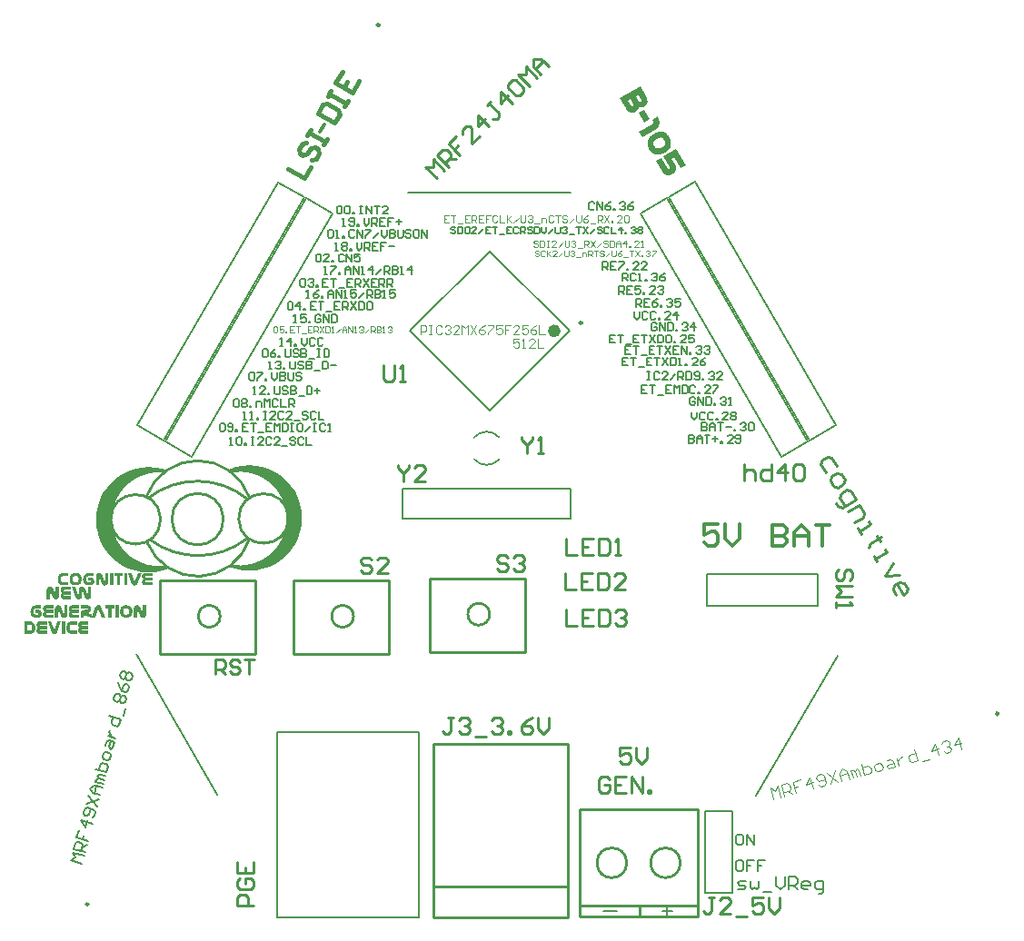
<source format=gto>
%FSLAX44Y44*%
%MOMM*%
G71*
G01*
G75*
%ADD10C,0.2540*%
%ADD11R,2.0320X2.0320*%
%ADD12R,5.5000X1.5000*%
G04:AMPARAMS|DCode=13|XSize=0.24mm|YSize=1.8mm|CornerRadius=0mm|HoleSize=0mm|Usage=FLASHONLY|Rotation=315.000|XOffset=0mm|YOffset=0mm|HoleType=Round|Shape=Round|*
%AMOVALD13*
21,1,1.5600,0.2400,0.0000,0.0000,45.0*
1,1,0.2400,-0.5515,-0.5515*
1,1,0.2400,0.5515,0.5515*
%
%ADD13OVALD13*%

G04:AMPARAMS|DCode=14|XSize=0.24mm|YSize=1.8mm|CornerRadius=0mm|HoleSize=0mm|Usage=FLASHONLY|Rotation=225.000|XOffset=0mm|YOffset=0mm|HoleType=Round|Shape=Round|*
%AMOVALD14*
21,1,1.5600,0.2400,0.0000,0.0000,315.0*
1,1,0.2400,-0.5515,0.5515*
1,1,0.2400,0.5515,-0.5515*
%
%ADD14OVALD14*%

%ADD15R,0.8000X0.9000*%
%ADD16P,2.8737X4X285.0*%
%ADD17P,2.8737X4X345.0*%
%ADD18C,0.4000*%
%ADD19C,0.2000*%
%ADD20C,0.7000*%
%ADD21C,0.5000*%
%ADD22C,0.3000*%
%ADD23C,1.2000*%
G04:AMPARAMS|DCode=24|XSize=1.9mm|YSize=1.1mm|CornerRadius=0mm|HoleSize=0mm|Usage=FLASHONLY|Rotation=90.000|XOffset=0mm|YOffset=0mm|HoleType=Round|Shape=Octagon|*
%AMOCTAGOND24*
4,1,8,0.2750,0.9500,-0.2750,0.9500,-0.5500,0.6750,-0.5500,-0.6750,-0.2750,-0.9500,0.2750,-0.9500,0.5500,-0.6750,0.5500,0.6750,0.2750,0.9500,0.0*
%
%ADD24OCTAGOND24*%

%ADD25O,1.1500X1.2500*%
%ADD26C,1.3000*%
%ADD27C,1.5000*%
%ADD28C,1.7000*%
%ADD29C,4.8260*%
%ADD30C,1.5240*%
%ADD31R,1.5240X1.5240*%
%ADD32R,1.5000X1.5000*%
%ADD33C,0.8000*%
%ADD34C,1.2700*%
%ADD35C,3.8000*%
%ADD36C,3.3020*%
G04:AMPARAMS|DCode=37|XSize=0.9mm|YSize=0.8mm|CornerRadius=0mm|HoleSize=0mm|Usage=FLASHONLY|Rotation=45.000|XOffset=0mm|YOffset=0mm|HoleType=Round|Shape=Rectangle|*
%AMROTATEDRECTD37*
4,1,4,-0.0354,-0.6010,-0.6010,-0.0354,0.0354,0.6010,0.6010,0.0354,-0.0354,-0.6010,0.0*
%
%ADD37ROTATEDRECTD37*%

G04:AMPARAMS|DCode=38|XSize=0.9mm|YSize=0.8mm|CornerRadius=0mm|HoleSize=0mm|Usage=FLASHONLY|Rotation=315.000|XOffset=0mm|YOffset=0mm|HoleType=Round|Shape=Rectangle|*
%AMROTATEDRECTD38*
4,1,4,-0.6010,0.0354,-0.0354,0.6010,0.6010,-0.0354,0.0354,-0.6010,-0.6010,0.0354,0.0*
%
%ADD38ROTATEDRECTD38*%

G04:AMPARAMS|DCode=39|XSize=1.8mm|YSize=1.3mm|CornerRadius=0mm|HoleSize=0mm|Usage=FLASHONLY|Rotation=45.000|XOffset=0mm|YOffset=0mm|HoleType=Round|Shape=Rectangle|*
%AMROTATEDRECTD39*
4,1,4,-0.1768,-1.0960,-1.0960,-0.1768,0.1768,1.0960,1.0960,0.1768,-0.1768,-1.0960,0.0*
%
%ADD39ROTATEDRECTD39*%

G04:AMPARAMS|DCode=40|XSize=0.65mm|YSize=0.9mm|CornerRadius=0mm|HoleSize=0mm|Usage=FLASHONLY|Rotation=60.000|XOffset=0mm|YOffset=0mm|HoleType=Round|Shape=Rectangle|*
%AMROTATEDRECTD40*
4,1,4,0.2272,-0.5065,-0.5522,-0.0565,-0.2272,0.5065,0.5522,0.0565,0.2272,-0.5065,0.0*
%
%ADD40ROTATEDRECTD40*%

%ADD41R,1.6000X2.7000*%
%ADD42R,0.9000X0.8000*%
%ADD43R,1.1000X0.6500*%
G04:AMPARAMS|DCode=44|XSize=0.9mm|YSize=0.8mm|CornerRadius=0mm|HoleSize=0mm|Usage=FLASHONLY|Rotation=210.000|XOffset=0mm|YOffset=0mm|HoleType=Round|Shape=Rectangle|*
%AMROTATEDRECTD44*
4,1,4,0.1897,0.5714,0.5897,-0.1214,-0.1897,-0.5714,-0.5897,0.1214,0.1897,0.5714,0.0*
%
%ADD44ROTATEDRECTD44*%

G04:AMPARAMS|DCode=45|XSize=0.9mm|YSize=0.8mm|CornerRadius=0mm|HoleSize=0mm|Usage=FLASHONLY|Rotation=330.000|XOffset=0mm|YOffset=0mm|HoleType=Round|Shape=Rectangle|*
%AMROTATEDRECTD45*
4,1,4,-0.5897,-0.1214,-0.1897,0.5714,0.5897,0.1214,0.1897,-0.5714,-0.5897,-0.1214,0.0*
%
%ADD45ROTATEDRECTD45*%

%ADD46R,0.6500X0.9000*%
G04:AMPARAMS|DCode=47|XSize=0.65mm|YSize=0.9mm|CornerRadius=0mm|HoleSize=0mm|Usage=FLASHONLY|Rotation=300.000|XOffset=0mm|YOffset=0mm|HoleType=Round|Shape=Rectangle|*
%AMROTATEDRECTD47*
4,1,4,-0.5522,0.0565,0.2272,0.5065,0.5522,-0.0565,-0.2272,-0.5065,-0.5522,0.0565,0.0*
%
%ADD47ROTATEDRECTD47*%

%ADD48R,0.4000X1.5500*%
%ADD49R,2.9000X1.9000*%
G04:AMPARAMS|DCode=50|XSize=0.9mm|YSize=0.8mm|CornerRadius=0mm|HoleSize=0mm|Usage=FLASHONLY|Rotation=120.000|XOffset=0mm|YOffset=0mm|HoleType=Round|Shape=Rectangle|*
%AMROTATEDRECTD50*
4,1,4,0.5714,-0.1897,-0.1214,-0.5897,-0.5714,0.1897,0.1214,0.5897,0.5714,-0.1897,0.0*
%
%ADD50ROTATEDRECTD50*%

G04:AMPARAMS|DCode=51|XSize=0.9mm|YSize=0.8mm|CornerRadius=0mm|HoleSize=0mm|Usage=FLASHONLY|Rotation=240.000|XOffset=0mm|YOffset=0mm|HoleType=Round|Shape=Rectangle|*
%AMROTATEDRECTD51*
4,1,4,-0.1214,0.5897,0.5714,0.1897,0.1214,-0.5897,-0.5714,-0.1897,-0.1214,0.5897,0.0*
%
%ADD51ROTATEDRECTD51*%

%ADD52C,0.9000*%
%ADD53R,0.1200X0.2200*%
%ADD54C,0.2500*%
%ADD55C,0.6000*%
%ADD56C,0.2032*%
%ADD57C,0.1500*%
%ADD58C,0.1200*%
%ADD59C,0.1000*%
%ADD60C,0.1300*%
%ADD61C,0.1100*%
G36*
X-415824Y290483D02*
X-420701D01*
X-420818Y290464D01*
X-420974Y290444D01*
X-421189Y290405D01*
X-421423Y290308D01*
X-421657Y290191D01*
X-421872Y290035D01*
X-422067Y289800D01*
X-422086Y289761D01*
X-422145Y289683D01*
X-422223Y289508D01*
X-422301Y289274D01*
X-422379Y288981D01*
X-422457Y288610D01*
X-422515Y288162D01*
X-422535Y287908D01*
Y287635D01*
Y287596D01*
Y287518D01*
X-422515Y287381D01*
X-422496Y287206D01*
X-422476Y286991D01*
X-422437Y286757D01*
X-422379Y286523D01*
X-422301Y286270D01*
X-422203Y285996D01*
X-422086Y285762D01*
X-421930Y285528D01*
X-421755Y285314D01*
X-421540Y285138D01*
X-421287Y285002D01*
X-421013Y284924D01*
X-420682Y284885D01*
X-418438D01*
X-418341Y284904D01*
X-418224Y284963D01*
X-418107Y285080D01*
Y285099D01*
X-418087Y285119D01*
X-418009Y285216D01*
X-417951Y285372D01*
X-417931Y285548D01*
Y285567D01*
Y285587D01*
X-417951Y285704D01*
X-418009Y285860D01*
X-418107Y286035D01*
Y286055D01*
X-418126Y286075D01*
X-418204Y286153D01*
X-418321Y286231D01*
X-418399Y286270D01*
X-420721D01*
Y289254D01*
X-418282D01*
X-418146Y289235D01*
X-417951Y289215D01*
X-417756Y289176D01*
X-417522Y289118D01*
X-417287Y289040D01*
X-417053Y288942D01*
X-417034Y288923D01*
X-416936Y288884D01*
X-416819Y288825D01*
X-416683Y288727D01*
X-416507Y288610D01*
X-416312Y288474D01*
X-416137Y288298D01*
X-415961Y288123D01*
X-415942Y288103D01*
X-415883Y288025D01*
X-415805Y287928D01*
X-415688Y287791D01*
X-415571Y287616D01*
X-415454Y287421D01*
X-415337Y287186D01*
X-415220Y286952D01*
X-415200Y286933D01*
X-415181Y286835D01*
X-415142Y286718D01*
X-415083Y286543D01*
X-415025Y286348D01*
X-414986Y286133D01*
X-414966Y285899D01*
X-414947Y285645D01*
Y285606D01*
Y285509D01*
X-414966Y285353D01*
X-414986Y285158D01*
X-415025Y284924D01*
X-415064Y284670D01*
X-415142Y284397D01*
X-415239Y284143D01*
X-415259Y284124D01*
X-415298Y284026D01*
X-415356Y283909D01*
X-415434Y283753D01*
X-415551Y283558D01*
X-415668Y283363D01*
X-415824Y283168D01*
X-416000Y282973D01*
X-416020Y282953D01*
X-416078Y282895D01*
X-416195Y282797D01*
X-416312Y282700D01*
X-416488Y282563D01*
X-416683Y282446D01*
X-416878Y282310D01*
X-417112Y282193D01*
X-417131Y282173D01*
X-417210Y282154D01*
X-417346Y282115D01*
X-417502Y282056D01*
X-417697Y281998D01*
X-417912Y281959D01*
X-418165Y281919D01*
X-418419Y281900D01*
X-420350D01*
X-420448Y281919D01*
X-420565D01*
X-420701Y281939D01*
X-421033Y281998D01*
X-421442Y282076D01*
X-421891Y282212D01*
X-422379Y282388D01*
X-422867Y282622D01*
X-423354Y282934D01*
X-423608Y283109D01*
X-423842Y283305D01*
X-424076Y283519D01*
X-424291Y283773D01*
X-424505Y284046D01*
X-424681Y284319D01*
X-424876Y284650D01*
X-425032Y284982D01*
X-425168Y285353D01*
X-425285Y285762D01*
X-425383Y286192D01*
X-425461Y286640D01*
X-425500Y287128D01*
X-425519Y287655D01*
Y287713D01*
Y287733D01*
Y287772D01*
Y287850D01*
X-425500Y287967D01*
Y288084D01*
X-425480Y288240D01*
X-425461Y288415D01*
X-425422Y288610D01*
X-425344Y289040D01*
X-425227Y289527D01*
X-425051Y290054D01*
X-424837Y290600D01*
X-424544Y291127D01*
X-424193Y291654D01*
X-423979Y291888D01*
X-423764Y292141D01*
X-423510Y292356D01*
X-423257Y292570D01*
X-422964Y292766D01*
X-422632Y292941D01*
X-422301Y293097D01*
X-421930Y293214D01*
X-421540Y293331D01*
X-421130Y293409D01*
X-420682Y293448D01*
X-420194Y293468D01*
X-415824D01*
Y290483D01*
D02*
G37*
G36*
X-404140D02*
X-410226D01*
X-410343Y290464D01*
X-410480Y290405D01*
X-410616Y290288D01*
X-410635Y290249D01*
X-410694Y290152D01*
X-410772Y290015D01*
X-410792Y289839D01*
Y289820D01*
Y289800D01*
X-410772Y289683D01*
X-410733Y289527D01*
X-410635Y289371D01*
X-410597Y289352D01*
X-410518Y289293D01*
X-410362Y289215D01*
X-410167Y289196D01*
X-404140D01*
Y286211D01*
X-410226D01*
X-410343Y286192D01*
X-410480Y286133D01*
X-410616Y286016D01*
X-410635Y285977D01*
X-410694Y285899D01*
X-410772Y285743D01*
X-410792Y285548D01*
Y285528D01*
Y285509D01*
X-410772Y285372D01*
X-410714Y285216D01*
X-410616Y285060D01*
X-410577Y285041D01*
X-410499Y284982D01*
X-410343Y284904D01*
X-410167Y284885D01*
X-404140D01*
Y281900D01*
X-410733D01*
X-410870Y281919D01*
X-411065Y281939D01*
X-411279Y281959D01*
X-411513Y282017D01*
X-411747Y282076D01*
X-411982Y282154D01*
X-412001Y282173D01*
X-412079Y282212D01*
X-412196Y282271D01*
X-412333Y282349D01*
X-412489Y282446D01*
X-412664Y282583D01*
X-412820Y282719D01*
X-412976Y282875D01*
X-412996Y282895D01*
X-413035Y282953D01*
X-413113Y283051D01*
X-413191Y283168D01*
X-413288Y283324D01*
X-413386Y283519D01*
X-413484Y283714D01*
X-413581Y283929D01*
Y283948D01*
X-413620Y284046D01*
X-413640Y284163D01*
X-413679Y284319D01*
X-413718Y284514D01*
X-413757Y284729D01*
X-413776Y284963D01*
X-413796Y285216D01*
Y285236D01*
Y285275D01*
Y285333D01*
X-413776Y285411D01*
X-413757Y285626D01*
X-413718Y285860D01*
Y285879D01*
X-413698Y285919D01*
X-413679Y285996D01*
X-413659Y286075D01*
X-413581Y286289D01*
X-413484Y286543D01*
Y286562D01*
X-413445Y286601D01*
X-413405Y286679D01*
X-413367Y286757D01*
X-413230Y286972D01*
X-413054Y287206D01*
X-413035Y287225D01*
X-413015Y287264D01*
X-412957Y287323D01*
X-412879Y287381D01*
X-412703Y287557D01*
X-412469Y287733D01*
X-412508Y287752D01*
X-412586Y287811D01*
X-412723Y287908D01*
X-412879Y288045D01*
X-413054Y288220D01*
X-413210Y288415D01*
X-413367Y288650D01*
X-413503Y288903D01*
X-413523Y288942D01*
X-413542Y289020D01*
X-413581Y289176D01*
X-413640Y289371D01*
X-413698Y289605D01*
X-413737Y289859D01*
X-413757Y290152D01*
X-413776Y290444D01*
Y290464D01*
Y290542D01*
X-413757Y290659D01*
Y290815D01*
X-413718Y290990D01*
X-413679Y291185D01*
X-413640Y291381D01*
X-413562Y291595D01*
X-413542Y291615D01*
X-413523Y291693D01*
X-413464Y291790D01*
X-413386Y291927D01*
X-413191Y292239D01*
X-412918Y292551D01*
X-412898Y292570D01*
X-412840Y292629D01*
X-412762Y292687D01*
X-412645Y292785D01*
X-412489Y292902D01*
X-412333Y293000D01*
X-412138Y293117D01*
X-411923Y293214D01*
X-411903Y293234D01*
X-411825Y293253D01*
X-411689Y293292D01*
X-411533Y293351D01*
X-411338Y293390D01*
X-411123Y293429D01*
X-410870Y293448D01*
X-410597Y293468D01*
X-404140D01*
Y290483D01*
D02*
G37*
G36*
X-399204Y293526D02*
X-399009Y293507D01*
X-398775Y293448D01*
X-398483Y293370D01*
X-398170Y293234D01*
X-397839Y293058D01*
X-397527Y292805D01*
X-397507D01*
X-397488Y292766D01*
X-397390Y292668D01*
X-397234Y292492D01*
X-397058Y292278D01*
X-396844Y291985D01*
X-396629Y291634D01*
X-396434Y291224D01*
X-396259Y290756D01*
X-394366Y284924D01*
Y284904D01*
X-394328Y284865D01*
X-394288Y284807D01*
X-394230Y284787D01*
X-394211D01*
X-394171Y284807D01*
X-394132Y284865D01*
X-394113Y284982D01*
Y293448D01*
X-391011D01*
Y284924D01*
Y284885D01*
Y284807D01*
X-391031Y284670D01*
X-391050Y284494D01*
X-391070Y284299D01*
X-391109Y284085D01*
X-391187Y283851D01*
X-391265Y283636D01*
X-391284Y283617D01*
X-391304Y283539D01*
X-391362Y283422D01*
X-391440Y283285D01*
X-391538Y283129D01*
X-391674Y282973D01*
X-391811Y282797D01*
X-391967Y282641D01*
X-391987Y282622D01*
X-392045Y282583D01*
X-392143Y282505D01*
X-392260Y282407D01*
X-392416Y282310D01*
X-392591Y282212D01*
X-392786Y282115D01*
X-393001Y282017D01*
X-393021D01*
X-393099Y281978D01*
X-393216Y281959D01*
X-393372Y281919D01*
X-393567Y281880D01*
X-393781Y281842D01*
X-394035Y281822D01*
X-394288Y281803D01*
X-394386D01*
X-394464Y281822D01*
X-394659Y281842D01*
X-394893Y281880D01*
X-395186Y281959D01*
X-395478Y282056D01*
X-395790Y282212D01*
X-396103Y282407D01*
X-396142Y282427D01*
X-396239Y282524D01*
X-396376Y282661D01*
X-396551Y282856D01*
X-396746Y283090D01*
X-396941Y283402D01*
X-397117Y283753D01*
X-397273Y284143D01*
X-399302Y290405D01*
Y290425D01*
X-399321Y290483D01*
X-399360Y290522D01*
X-399438Y290542D01*
X-399458D01*
X-399477Y290522D01*
X-399516Y290483D01*
X-399536Y290386D01*
Y281900D01*
X-402638D01*
Y290405D01*
Y290444D01*
Y290522D01*
X-402618Y290659D01*
X-402599Y290834D01*
X-402579Y291029D01*
X-402540Y291244D01*
X-402481Y291478D01*
X-402403Y291693D01*
X-402384Y291712D01*
X-402365Y291790D01*
X-402306Y291907D01*
X-402228Y292044D01*
X-402130Y292200D01*
X-402013Y292356D01*
X-401721Y292687D01*
X-401701Y292707D01*
X-401643Y292746D01*
X-401545Y292824D01*
X-401428Y292922D01*
X-401272Y293019D01*
X-401077Y293117D01*
X-400882Y293214D01*
X-400667Y293312D01*
X-400648Y293331D01*
X-400570Y293351D01*
X-400433Y293390D01*
X-400277Y293429D01*
X-400082Y293468D01*
X-399868Y293507D01*
X-399633Y293546D01*
X-399282D01*
X-399204Y293526D01*
D02*
G37*
G36*
X-325721D02*
X-325526Y293507D01*
X-325291Y293448D01*
X-324999Y293370D01*
X-324687Y293234D01*
X-324355Y293058D01*
X-324043Y292805D01*
X-324024D01*
X-324004Y292766D01*
X-323907Y292668D01*
X-323750Y292492D01*
X-323575Y292278D01*
X-323360Y291985D01*
X-323146Y291634D01*
X-322951Y291224D01*
X-322775Y290756D01*
X-320883Y284924D01*
Y284904D01*
X-320844Y284865D01*
X-320805Y284807D01*
X-320746Y284787D01*
X-320727D01*
X-320688Y284807D01*
X-320649Y284865D01*
X-320629Y284982D01*
Y293448D01*
X-317528D01*
Y284924D01*
Y284885D01*
Y284807D01*
X-317547Y284670D01*
X-317567Y284494D01*
X-317586Y284299D01*
X-317625Y284085D01*
X-317703Y283851D01*
X-317781Y283636D01*
X-317801Y283617D01*
X-317820Y283539D01*
X-317879Y283422D01*
X-317957Y283285D01*
X-318054Y283129D01*
X-318191Y282973D01*
X-318328Y282797D01*
X-318484Y282641D01*
X-318503Y282622D01*
X-318561Y282583D01*
X-318659Y282505D01*
X-318776Y282407D01*
X-318932Y282310D01*
X-319108Y282212D01*
X-319303Y282115D01*
X-319517Y282017D01*
X-319537D01*
X-319615Y281978D01*
X-319732Y281959D01*
X-319888Y281919D01*
X-320083Y281880D01*
X-320298Y281842D01*
X-320551Y281822D01*
X-320805Y281803D01*
X-320902D01*
X-320980Y281822D01*
X-321175Y281842D01*
X-321410Y281880D01*
X-321702Y281959D01*
X-321995Y282056D01*
X-322307Y282212D01*
X-322619Y282407D01*
X-322658Y282427D01*
X-322756Y282524D01*
X-322892Y282661D01*
X-323068Y282856D01*
X-323263Y283090D01*
X-323458Y283402D01*
X-323633Y283753D01*
X-323789Y284143D01*
X-325818Y290405D01*
Y290425D01*
X-325838Y290483D01*
X-325877Y290522D01*
X-325955Y290542D01*
X-325974D01*
X-325994Y290522D01*
X-326033Y290483D01*
X-326052Y290386D01*
Y281900D01*
X-329154D01*
Y290405D01*
Y290444D01*
Y290522D01*
X-329134Y290659D01*
X-329115Y290834D01*
X-329095Y291029D01*
X-329056Y291244D01*
X-328998Y291478D01*
X-328920Y291693D01*
X-328900Y291712D01*
X-328881Y291790D01*
X-328822Y291907D01*
X-328744Y292044D01*
X-328647Y292200D01*
X-328530Y292356D01*
X-328237Y292687D01*
X-328218Y292707D01*
X-328159Y292746D01*
X-328061Y292824D01*
X-327944Y292922D01*
X-327788Y293019D01*
X-327593Y293117D01*
X-327398Y293214D01*
X-327184Y293312D01*
X-327164Y293331D01*
X-327086Y293351D01*
X-326950Y293390D01*
X-326794Y293429D01*
X-326599Y293468D01*
X-326384Y293507D01*
X-326150Y293546D01*
X-325799D01*
X-325721Y293526D01*
D02*
G37*
G36*
X-380068Y290483D02*
X-386154D01*
X-386271Y290464D01*
X-386408Y290405D01*
X-386544Y290288D01*
X-386564Y290249D01*
X-386622Y290152D01*
X-386700Y290015D01*
X-386720Y289839D01*
Y289820D01*
Y289800D01*
X-386700Y289683D01*
X-386661Y289527D01*
X-386564Y289371D01*
X-386525Y289352D01*
X-386447Y289293D01*
X-386291Y289215D01*
X-386096Y289196D01*
X-380068D01*
Y286211D01*
X-386154D01*
X-386271Y286192D01*
X-386408Y286133D01*
X-386544Y286016D01*
X-386564Y285977D01*
X-386622Y285899D01*
X-386700Y285743D01*
X-386720Y285548D01*
Y285528D01*
Y285509D01*
X-386700Y285372D01*
X-386642Y285216D01*
X-386544Y285060D01*
X-386505Y285041D01*
X-386427Y284982D01*
X-386271Y284904D01*
X-386096Y284885D01*
X-380068D01*
Y281900D01*
X-386661D01*
X-386798Y281919D01*
X-386993Y281939D01*
X-387207Y281959D01*
X-387441Y282017D01*
X-387676Y282076D01*
X-387910Y282154D01*
X-387929Y282173D01*
X-388007Y282212D01*
X-388124Y282271D01*
X-388261Y282349D01*
X-388417Y282446D01*
X-388592Y282583D01*
X-388748Y282719D01*
X-388904Y282875D01*
X-388924Y282895D01*
X-388963Y282953D01*
X-389041Y283051D01*
X-389119Y283168D01*
X-389217Y283324D01*
X-389314Y283519D01*
X-389412Y283714D01*
X-389509Y283929D01*
Y283948D01*
X-389548Y284046D01*
X-389568Y284163D01*
X-389607Y284319D01*
X-389646Y284514D01*
X-389685Y284729D01*
X-389704Y284963D01*
X-389724Y285216D01*
Y285236D01*
Y285275D01*
Y285333D01*
X-389704Y285411D01*
X-389685Y285626D01*
X-389646Y285860D01*
Y285879D01*
X-389626Y285919D01*
X-389607Y285996D01*
X-389587Y286075D01*
X-389509Y286289D01*
X-389412Y286543D01*
Y286562D01*
X-389373Y286601D01*
X-389334Y286679D01*
X-389295Y286757D01*
X-389158Y286972D01*
X-388983Y287206D01*
X-388963Y287225D01*
X-388943Y287264D01*
X-388885Y287323D01*
X-388807Y287381D01*
X-388631Y287557D01*
X-388397Y287733D01*
X-388436Y287752D01*
X-388514Y287811D01*
X-388651Y287908D01*
X-388807Y288045D01*
X-388983Y288220D01*
X-389139Y288415D01*
X-389295Y288650D01*
X-389431Y288903D01*
X-389451Y288942D01*
X-389470Y289020D01*
X-389509Y289176D01*
X-389568Y289371D01*
X-389626Y289605D01*
X-389665Y289859D01*
X-389685Y290152D01*
X-389704Y290444D01*
Y290464D01*
Y290542D01*
X-389685Y290659D01*
Y290815D01*
X-389646Y290990D01*
X-389607Y291185D01*
X-389568Y291381D01*
X-389490Y291595D01*
X-389470Y291615D01*
X-389451Y291693D01*
X-389392Y291790D01*
X-389314Y291927D01*
X-389119Y292239D01*
X-388846Y292551D01*
X-388826Y292570D01*
X-388768Y292629D01*
X-388690Y292687D01*
X-388573Y292785D01*
X-388417Y292902D01*
X-388261Y293000D01*
X-388066Y293117D01*
X-387851Y293214D01*
X-387832Y293234D01*
X-387754Y293253D01*
X-387617Y293292D01*
X-387461Y293351D01*
X-387266Y293390D01*
X-387051Y293429D01*
X-386798Y293448D01*
X-386525Y293468D01*
X-380068D01*
Y290483D01*
D02*
G37*
G36*
X-343277Y281900D02*
X-346262D01*
Y293468D01*
X-343277D01*
Y281900D01*
D02*
G37*
G36*
X-335396Y293448D02*
X-335162Y293429D01*
X-334909Y293390D01*
X-334636Y293351D01*
X-334323Y293292D01*
X-334011Y293214D01*
X-333680Y293117D01*
X-333348Y293000D01*
X-333036Y292863D01*
X-332704Y292687D01*
X-332392Y292492D01*
X-332099Y292278D01*
X-331846Y292024D01*
X-331826Y292005D01*
X-331787Y291966D01*
X-331729Y291868D01*
X-331631Y291751D01*
X-331534Y291595D01*
X-331417Y291420D01*
X-331300Y291185D01*
X-331163Y290932D01*
X-331046Y290639D01*
X-330929Y290327D01*
X-330812Y289956D01*
X-330714Y289566D01*
X-330617Y289137D01*
X-330559Y288689D01*
X-330519Y288181D01*
X-330500Y287655D01*
Y287635D01*
Y287596D01*
Y287518D01*
Y287401D01*
X-330519Y287284D01*
X-330539Y287128D01*
X-330559Y286952D01*
X-330578Y286757D01*
X-330656Y286328D01*
X-330773Y285840D01*
X-330949Y285314D01*
X-331163Y284787D01*
X-331436Y284241D01*
X-331787Y283714D01*
X-332002Y283480D01*
X-332217Y283227D01*
X-332470Y283012D01*
X-332743Y282797D01*
X-333036Y282602D01*
X-333348Y282427D01*
X-333680Y282271D01*
X-334050Y282154D01*
X-334440Y282036D01*
X-334870Y281959D01*
X-335318Y281919D01*
X-335806Y281900D01*
X-336781D01*
X-336879Y281919D01*
X-336996D01*
X-337132Y281939D01*
X-337464Y281998D01*
X-337874Y282076D01*
X-338322Y282212D01*
X-338810Y282388D01*
X-339298Y282622D01*
X-339785Y282934D01*
X-340039Y283109D01*
X-340273Y283305D01*
X-340507Y283519D01*
X-340722Y283773D01*
X-340936Y284046D01*
X-341112Y284319D01*
X-341307Y284650D01*
X-341463Y284982D01*
X-341600Y285353D01*
X-341717Y285762D01*
X-341814Y286192D01*
X-341892Y286640D01*
X-341931Y287128D01*
X-341951Y287655D01*
Y287694D01*
Y287791D01*
Y287928D01*
X-341931Y288142D01*
X-341912Y288376D01*
X-341873Y288669D01*
X-341834Y288981D01*
X-341775Y289313D01*
X-341717Y289664D01*
X-341619Y290015D01*
X-341502Y290386D01*
X-341366Y290737D01*
X-341209Y291088D01*
X-341034Y291420D01*
X-340819Y291732D01*
X-340585Y292024D01*
X-340566Y292044D01*
X-340527Y292083D01*
X-340449Y292161D01*
X-340332Y292258D01*
X-340195Y292356D01*
X-340019Y292473D01*
X-339805Y292609D01*
X-339571Y292746D01*
X-339317Y292882D01*
X-339025Y293019D01*
X-338693Y293136D01*
X-338342Y293234D01*
X-337952Y293331D01*
X-337542Y293409D01*
X-337093Y293448D01*
X-336625Y293468D01*
X-335572D01*
X-335396Y293448D01*
D02*
G37*
G36*
X-361673Y293585D02*
X-361458Y293546D01*
X-361204Y293507D01*
X-360951Y293429D01*
X-360678Y293312D01*
X-360424Y293175D01*
X-360385Y293156D01*
X-360307Y293097D01*
X-360190Y293000D01*
X-360053Y292863D01*
X-359897Y292668D01*
X-359722Y292453D01*
X-359566Y292180D01*
X-359429Y291868D01*
X-355898Y281900D01*
X-359078D01*
X-362004Y290249D01*
X-364911Y281900D01*
X-368071D01*
X-364560Y291868D01*
Y291888D01*
X-364540Y291907D01*
X-364501Y292024D01*
X-364423Y292180D01*
X-364306Y292375D01*
X-364169Y292590D01*
X-363994Y292805D01*
X-363799Y293000D01*
X-363565Y293175D01*
X-363526Y293195D01*
X-363448Y293234D01*
X-363292Y293312D01*
X-363116Y293390D01*
X-362882Y293468D01*
X-362609Y293546D01*
X-362316Y293585D01*
X-361985Y293604D01*
X-361828D01*
X-361673Y293585D01*
D02*
G37*
G36*
X-347413Y290483D02*
X-349832D01*
Y281900D01*
X-352816D01*
Y290483D01*
X-355391D01*
Y293468D01*
X-347413D01*
Y290483D01*
D02*
G37*
G36*
X159067Y748854D02*
X159086Y748822D01*
X159197Y748629D01*
X159332Y748321D01*
X159522Y747917D01*
X159732Y747481D01*
X159932Y746911D01*
X160133Y746341D01*
X160287Y745702D01*
X160306Y745670D01*
X160292Y745619D01*
X160371Y745407D01*
X160391Y745076D01*
X160467Y744649D01*
X160529Y744170D01*
X160564Y743590D01*
X160566Y742992D01*
X160486Y742389D01*
X160491Y742306D01*
X160437Y742103D01*
X160387Y741817D01*
X160279Y741412D01*
X160156Y740956D01*
X159988Y740430D01*
X159738Y739900D01*
X159455Y739351D01*
X159409Y739281D01*
X159285Y739124D01*
X159103Y738847D01*
X158823Y738515D01*
X158480Y738145D01*
X158040Y737719D01*
X157530Y737340D01*
X156938Y736955D01*
X144630Y729849D01*
X141791Y734766D01*
X154132Y741891D01*
X154164Y741909D01*
X154292Y741983D01*
X154434Y742108D01*
X154590Y742284D01*
X154741Y742542D01*
X154873Y742833D01*
X154936Y743169D01*
X154962Y743570D01*
X154976Y743621D01*
X154934Y743768D01*
X154886Y743998D01*
X154834Y744310D01*
X154745Y744687D01*
X154587Y745110D01*
X154378Y745547D01*
X154132Y746047D01*
X159049Y748886D01*
X159067Y748854D01*
D02*
G37*
G36*
X151203Y746370D02*
X146221Y743494D01*
X141082Y752396D01*
X146063Y755272D01*
X151203Y746370D01*
D02*
G37*
G36*
X185248Y703508D02*
X180331Y700669D01*
X174375Y710985D01*
X172254Y709760D01*
X175204Y704650D01*
X175222Y704618D01*
X175278Y704522D01*
X175371Y704361D01*
X175450Y704150D01*
X175548Y703906D01*
X175683Y703598D01*
X175957Y702900D01*
X176173Y702082D01*
X176292Y701208D01*
X176303Y700743D01*
X176282Y700259D01*
X176211Y699790D01*
X176088Y699333D01*
X176075Y699283D01*
X176061Y699232D01*
X176002Y699112D01*
X175929Y698941D01*
X175842Y698720D01*
X175692Y698462D01*
X175541Y698203D01*
X175358Y697926D01*
X174864Y697298D01*
X174273Y696614D01*
X173498Y695953D01*
X173085Y695629D01*
X172571Y695332D01*
X172507Y695295D01*
X172346Y695202D01*
X172103Y695104D01*
X171763Y694951D01*
X171359Y694760D01*
X170936Y694602D01*
X170444Y694489D01*
X169952Y694376D01*
X169901Y694390D01*
X169722Y694329D01*
X169473Y694314D01*
X169142Y694295D01*
X168709Y694302D01*
X168277Y694309D01*
X167825Y694349D01*
X167337Y694452D01*
X167286Y694466D01*
X167134Y694507D01*
X166881Y694575D01*
X166590Y694707D01*
X166230Y694885D01*
X165820Y695076D01*
X165423Y695318D01*
X165007Y695593D01*
X164938Y695638D01*
X164832Y695748D01*
X164638Y695936D01*
X164374Y696170D01*
X164074Y696468D01*
X163768Y696848D01*
X163495Y697247D01*
X163184Y697711D01*
X157377Y707770D01*
X162294Y710609D01*
X168102Y700550D01*
X168120Y700518D01*
X168139Y700486D01*
X168282Y700311D01*
X168522Y700193D01*
X168660Y700101D01*
X168845Y700079D01*
X168877Y700098D01*
X168927Y700084D01*
X169144Y700080D01*
X169424Y700114D01*
X169732Y700249D01*
X169764Y700267D01*
X169797Y700286D01*
X169971Y700429D01*
X170191Y700642D01*
X170355Y700951D01*
X170401Y701020D01*
X170404Y701237D01*
X170389Y701485D01*
X170287Y701812D01*
X164479Y711871D01*
X176434Y718773D01*
X185248Y703508D01*
D02*
G37*
G36*
X162452Y735125D02*
X163170Y735068D01*
X163875Y734961D01*
X163925Y734947D01*
X164027Y734920D01*
X164230Y734866D01*
X164502Y734766D01*
X164792Y734633D01*
X165184Y734474D01*
X165595Y734283D01*
X166042Y734027D01*
X166527Y733707D01*
X166998Y733336D01*
X167520Y732952D01*
X168015Y732466D01*
X168546Y731916D01*
X169065Y731315D01*
X169537Y730645D01*
X170014Y729893D01*
X170089Y729764D01*
X170107Y729732D01*
X170144Y729668D01*
X170219Y729539D01*
X170279Y729360D01*
X170391Y729167D01*
X170488Y728924D01*
X170707Y728322D01*
X170968Y727572D01*
X171170Y726703D01*
X171326Y725765D01*
X171423Y724707D01*
X171405Y723625D01*
X171325Y723022D01*
X171226Y722451D01*
X171095Y721861D01*
X170881Y721266D01*
X170636Y720653D01*
X170371Y720072D01*
X169992Y719467D01*
X169594Y718895D01*
X169113Y718317D01*
X168568Y717702D01*
X167954Y717133D01*
X167289Y716578D01*
X166523Y716050D01*
X165674Y715517D01*
X165577Y715461D01*
X165545Y715443D01*
X165481Y715406D01*
X165352Y715331D01*
X165159Y715220D01*
X164948Y715141D01*
X164672Y715024D01*
X164364Y714890D01*
X164025Y714736D01*
X163243Y714457D01*
X162329Y714186D01*
X161294Y713974D01*
X160222Y713826D01*
X159062Y713757D01*
X157861Y713834D01*
X157271Y713965D01*
X156649Y714077D01*
X156054Y714291D01*
X155441Y714537D01*
X154841Y714834D01*
X154255Y715181D01*
X153683Y715579D01*
X153137Y716078D01*
X152573Y716609D01*
X152037Y717242D01*
X151546Y717944D01*
X151050Y718729D01*
X150938Y718922D01*
X150920Y718954D01*
X150883Y719018D01*
X150808Y719147D01*
X150748Y719326D01*
X150637Y719519D01*
X150539Y719762D01*
X150320Y720364D01*
X150059Y721114D01*
X149857Y721983D01*
X149682Y722953D01*
X149604Y723979D01*
X149654Y725079D01*
X149702Y725664D01*
X149801Y726235D01*
X149932Y726825D01*
X150146Y727420D01*
X150391Y728033D01*
X150674Y728582D01*
X151035Y729219D01*
X151433Y729791D01*
X151914Y730369D01*
X152477Y730952D01*
X153092Y731520D01*
X153757Y732076D01*
X154523Y732604D01*
X155372Y733137D01*
X155468Y733193D01*
X155533Y733230D01*
X155661Y733304D01*
X155937Y733420D01*
X156258Y733606D01*
X156681Y733764D01*
X157150Y733992D01*
X157719Y734192D01*
X158289Y734393D01*
X158942Y734598D01*
X159595Y734804D01*
X160285Y734945D01*
X160993Y735054D01*
X161720Y735131D01*
X162452Y735125D01*
D02*
G37*
G36*
X148250Y767590D02*
X148268Y767558D01*
X148287Y767526D01*
X148380Y767365D01*
X148496Y767090D01*
X148700Y766736D01*
X148858Y766313D01*
X149035Y765858D01*
X149199Y765353D01*
X149312Y764861D01*
X149316Y764778D01*
X149359Y764631D01*
X149392Y764350D01*
X149412Y764019D01*
X149437Y763605D01*
X149462Y763191D01*
X149422Y762739D01*
X149351Y762270D01*
X149337Y762219D01*
X149296Y762067D01*
X149261Y761832D01*
X149160Y761560D01*
X149033Y761186D01*
X148855Y760827D01*
X148613Y760430D01*
X148371Y760033D01*
X148357Y759982D01*
X148215Y759857D01*
X148078Y759649D01*
X147844Y759386D01*
X147560Y759136D01*
X147230Y758817D01*
X146799Y758525D01*
X146368Y758233D01*
X146335Y758215D01*
X146303Y758196D01*
X146207Y758140D01*
X146078Y758066D01*
X145738Y757913D01*
X145316Y757755D01*
X145283Y757736D01*
X145201Y757731D01*
X145104Y757675D01*
X144957Y757633D01*
X144548Y757526D01*
X144069Y757464D01*
X144037Y757445D01*
X143954Y757440D01*
X143821Y757449D01*
X143655Y757439D01*
X143190Y757428D01*
X142638Y757494D01*
X142587Y757508D01*
X142536Y757521D01*
X142384Y757562D01*
X142182Y757616D01*
X141707Y757771D01*
X141195Y757989D01*
X141181Y757939D01*
X141186Y757856D01*
X141146Y757704D01*
X141142Y757487D01*
X141038Y756999D01*
X140870Y756473D01*
X140857Y756423D01*
X140811Y756354D01*
X140770Y756201D01*
X140697Y756031D01*
X140455Y755634D01*
X140167Y755168D01*
X140135Y755149D01*
X140108Y755048D01*
X140030Y754960D01*
X139907Y754803D01*
X139627Y754470D01*
X139284Y754101D01*
X139251Y754082D01*
X139206Y754013D01*
X139109Y753957D01*
X138999Y753851D01*
X138664Y753615D01*
X138329Y753378D01*
X138297Y753360D01*
X138169Y753286D01*
X137957Y753206D01*
X137700Y753058D01*
X137374Y752955D01*
X137015Y752834D01*
X136625Y752694D01*
X136165Y752600D01*
X136133Y752581D01*
X135967Y752571D01*
X135719Y752557D01*
X135438Y752523D01*
X135056Y752517D01*
X134655Y752543D01*
X134236Y752601D01*
X133766Y752672D01*
X133716Y752686D01*
X133564Y752727D01*
X133342Y752813D01*
X133020Y752927D01*
X132660Y753104D01*
X132249Y753296D01*
X131834Y753570D01*
X131381Y753909D01*
X131312Y753955D01*
X131187Y754097D01*
X130942Y754298D01*
X130674Y754615D01*
X130336Y754977D01*
X129943Y755435D01*
X129577Y755995D01*
X129192Y756587D01*
X123700Y766100D01*
X142758Y777103D01*
X148250Y767590D01*
D02*
G37*
G36*
X-376962Y310807D02*
X-376767Y310787D01*
X-376533Y310729D01*
X-376240Y310651D01*
X-375928Y310514D01*
X-375597Y310339D01*
X-375285Y310085D01*
X-375265D01*
X-375246Y310046D01*
X-375148Y309949D01*
X-374992Y309792D01*
X-374816Y309558D01*
X-374602Y309266D01*
X-374387Y308915D01*
X-374192Y308505D01*
X-374017Y308037D01*
X-372124Y302224D01*
Y302204D01*
X-372085Y302165D01*
X-372046Y302107D01*
X-371988Y302087D01*
X-371968D01*
X-371929Y302107D01*
X-371890Y302165D01*
X-371871Y302282D01*
Y310768D01*
X-368769D01*
Y302224D01*
Y302185D01*
Y302107D01*
X-368789Y301970D01*
X-368808Y301794D01*
X-368828Y301599D01*
X-368867Y301385D01*
X-368945Y301151D01*
X-369023Y300936D01*
X-369042Y300917D01*
X-369062Y300839D01*
X-369120Y300722D01*
X-369198Y300585D01*
X-369296Y300429D01*
X-369432Y300273D01*
X-369569Y300097D01*
X-369725Y299941D01*
X-369744Y299922D01*
X-369803Y299883D01*
X-369901Y299805D01*
X-370018Y299707D01*
X-370174Y299610D01*
X-370349Y299512D01*
X-370544Y299415D01*
X-370759Y299317D01*
X-370778D01*
X-370856Y299278D01*
X-370974Y299258D01*
X-371129Y299219D01*
X-371325Y299181D01*
X-371539Y299142D01*
X-371793Y299122D01*
X-372046Y299102D01*
X-372202D01*
X-372319Y299122D01*
X-372456D01*
X-372612Y299161D01*
X-372944Y299219D01*
X-372963D01*
X-373022Y299239D01*
X-373100Y299278D01*
X-373197Y299317D01*
X-373470Y299434D01*
X-373763Y299610D01*
X-373783Y299629D01*
X-373821Y299649D01*
X-373900Y299707D01*
X-373997Y299785D01*
X-374212Y299980D01*
X-374446Y300234D01*
X-374465Y300253D01*
X-374485Y300292D01*
X-374543Y300370D01*
X-374621Y300487D01*
X-374680Y300604D01*
X-374758Y300761D01*
X-374914Y301092D01*
X-377040Y307705D01*
Y307725D01*
X-377079Y307764D01*
X-377118Y307803D01*
X-377196Y307822D01*
X-377216D01*
X-377235Y307803D01*
X-377274Y307744D01*
X-377294Y307647D01*
Y302224D01*
Y302185D01*
Y302107D01*
X-377313Y301970D01*
X-377333Y301794D01*
X-377352Y301599D01*
X-377391Y301385D01*
X-377469Y301151D01*
X-377547Y300936D01*
X-377567Y300917D01*
X-377586Y300839D01*
X-377645Y300722D01*
X-377723Y300585D01*
X-377821Y300429D01*
X-377957Y300273D01*
X-378094Y300097D01*
X-378250Y299941D01*
X-378269Y299922D01*
X-378328Y299883D01*
X-378425Y299805D01*
X-378542Y299707D01*
X-378698Y299610D01*
X-378874Y299512D01*
X-379069Y299415D01*
X-379283Y299317D01*
X-379303D01*
X-379381Y299278D01*
X-379498Y299258D01*
X-379654Y299219D01*
X-379849Y299181D01*
X-380064Y299142D01*
X-380317Y299122D01*
X-380571Y299102D01*
X-380727D01*
X-380844Y299122D01*
X-380981D01*
X-381117Y299161D01*
X-381449Y299219D01*
X-381468D01*
X-381527Y299239D01*
X-381605Y299278D01*
X-381722Y299317D01*
X-381995Y299434D01*
X-382288Y299590D01*
X-382307Y299610D01*
X-382346Y299649D01*
X-382424Y299688D01*
X-382502Y299766D01*
X-382736Y299980D01*
X-382970Y300234D01*
X-382990Y300253D01*
X-383029Y300312D01*
X-383087Y300390D01*
X-383146Y300487D01*
X-383224Y300624D01*
X-383302Y300780D01*
X-383458Y301151D01*
X-386872Y310768D01*
X-383575D01*
X-380649Y302263D01*
Y302243D01*
X-380630Y302185D01*
X-380591Y302107D01*
X-380513Y302087D01*
X-380493D01*
X-380454Y302107D01*
X-380415Y302165D01*
X-380396Y302282D01*
Y307705D01*
Y307744D01*
Y307822D01*
X-380376Y307959D01*
X-380356Y308134D01*
X-380337Y308329D01*
X-380298Y308544D01*
X-380239Y308759D01*
X-380161Y308973D01*
X-380142Y308993D01*
X-380122Y309071D01*
X-380064Y309188D01*
X-379986Y309324D01*
X-379869Y309480D01*
X-379752Y309636D01*
X-379615Y309812D01*
X-379459Y309968D01*
X-379440Y309988D01*
X-379381Y310026D01*
X-379283Y310105D01*
X-379166Y310202D01*
X-379010Y310300D01*
X-378835Y310397D01*
X-378640Y310495D01*
X-378425Y310592D01*
X-378406Y310612D01*
X-378328Y310631D01*
X-378191Y310670D01*
X-378035Y310709D01*
X-377840Y310748D01*
X-377625Y310787D01*
X-377391Y310826D01*
X-377040D01*
X-376962Y310807D01*
D02*
G37*
G36*
X-372440Y293448D02*
X-372187Y293429D01*
X-371914Y293390D01*
X-371621Y293351D01*
X-371329Y293273D01*
X-371036Y293175D01*
X-370997Y293156D01*
X-370919Y293117D01*
X-370782Y293058D01*
X-370607Y292961D01*
X-370412Y292843D01*
X-370217Y292707D01*
X-370022Y292551D01*
X-369827Y292375D01*
X-369807Y292356D01*
X-369748Y292297D01*
X-369670Y292180D01*
X-369573Y292044D01*
X-369456Y291888D01*
X-369339Y291693D01*
X-369241Y291458D01*
X-369144Y291224D01*
X-369124Y291205D01*
X-369105Y291107D01*
X-369066Y290990D01*
X-369027Y290815D01*
X-368988Y290600D01*
X-368968Y290386D01*
X-368929Y290132D01*
Y289859D01*
Y289839D01*
Y289742D01*
Y289625D01*
X-368949Y289469D01*
X-368968Y289274D01*
X-369007Y289059D01*
X-369124Y288591D01*
Y288571D01*
X-369163Y288493D01*
X-369202Y288376D01*
X-369261Y288220D01*
X-369339Y288045D01*
X-369436Y287850D01*
X-369573Y287655D01*
X-369709Y287460D01*
X-369729Y287440D01*
X-369787Y287381D01*
X-369865Y287284D01*
X-369982Y287167D01*
X-370119Y287050D01*
X-370295Y286913D01*
X-370509Y286777D01*
X-370724Y286640D01*
X-370743Y286621D01*
X-370841Y286582D01*
X-370977Y286523D01*
X-371153Y286465D01*
X-371367Y286387D01*
X-371621Y286328D01*
X-371914Y286270D01*
X-372245Y286231D01*
X-368675Y285041D01*
Y281763D01*
X-375562Y284573D01*
Y281900D01*
X-378546D01*
Y285587D01*
Y285606D01*
Y285665D01*
Y285762D01*
X-378527Y285879D01*
X-378507Y286035D01*
X-378488Y286211D01*
X-378410Y286601D01*
X-378293Y287030D01*
X-378117Y287479D01*
X-378000Y287694D01*
X-377863Y287908D01*
X-377707Y288103D01*
X-377532Y288279D01*
X-377512Y288298D01*
X-377493Y288318D01*
X-377434Y288357D01*
X-377337Y288415D01*
X-377239Y288493D01*
X-377122Y288571D01*
X-376966Y288650D01*
X-376791Y288747D01*
X-376615Y288825D01*
X-376400Y288903D01*
X-376166Y288981D01*
X-375913Y289059D01*
X-375640Y289118D01*
X-375347Y289157D01*
X-375035Y289196D01*
X-372479D01*
X-372362Y289215D01*
X-372226Y289274D01*
X-372089Y289371D01*
X-372070Y289410D01*
X-371992Y289508D01*
X-371933Y289644D01*
X-371914Y289839D01*
Y289859D01*
Y289878D01*
X-371933Y289995D01*
X-371992Y290132D01*
X-372089Y290288D01*
X-372109Y290327D01*
X-372206Y290386D01*
X-372323Y290444D01*
X-372499Y290483D01*
X-378546D01*
Y293468D01*
X-372616D01*
X-372440Y293448D01*
D02*
G37*
G36*
X-406867Y310826D02*
X-406672Y310807D01*
X-406438Y310748D01*
X-406145Y310670D01*
X-405833Y310534D01*
X-405501Y310358D01*
X-405189Y310105D01*
X-405170D01*
X-405150Y310065D01*
X-405053Y309968D01*
X-404897Y309792D01*
X-404721Y309578D01*
X-404506Y309285D01*
X-404292Y308934D01*
X-404097Y308524D01*
X-403921Y308056D01*
X-402029Y302224D01*
Y302204D01*
X-401990Y302165D01*
X-401951Y302107D01*
X-401892Y302087D01*
X-401873D01*
X-401834Y302107D01*
X-401795Y302165D01*
X-401775Y302282D01*
Y310748D01*
X-398674D01*
Y302224D01*
Y302185D01*
Y302107D01*
X-398693Y301970D01*
X-398713Y301794D01*
X-398732Y301599D01*
X-398771Y301385D01*
X-398849Y301151D01*
X-398927Y300936D01*
X-398947Y300917D01*
X-398966Y300839D01*
X-399025Y300722D01*
X-399103Y300585D01*
X-399200Y300429D01*
X-399337Y300273D01*
X-399473Y300097D01*
X-399630Y299941D01*
X-399649Y299922D01*
X-399708Y299883D01*
X-399805Y299805D01*
X-399922Y299707D01*
X-400078Y299610D01*
X-400254Y299512D01*
X-400449Y299415D01*
X-400663Y299317D01*
X-400683D01*
X-400761Y299278D01*
X-400878Y299258D01*
X-401034Y299219D01*
X-401229Y299181D01*
X-401444Y299142D01*
X-401697Y299122D01*
X-401951Y299102D01*
X-402048D01*
X-402127Y299122D01*
X-402322Y299142D01*
X-402556Y299181D01*
X-402848Y299258D01*
X-403141Y299356D01*
X-403453Y299512D01*
X-403765Y299707D01*
X-403804Y299727D01*
X-403902Y299824D01*
X-404038Y299961D01*
X-404214Y300156D01*
X-404409Y300390D01*
X-404604Y300702D01*
X-404780Y301053D01*
X-404935Y301443D01*
X-406964Y307705D01*
Y307725D01*
X-406984Y307783D01*
X-407023Y307822D01*
X-407101Y307842D01*
X-407120D01*
X-407140Y307822D01*
X-407179Y307783D01*
X-407198Y307686D01*
Y299200D01*
X-410300D01*
Y307705D01*
Y307744D01*
Y307822D01*
X-410280Y307959D01*
X-410261Y308134D01*
X-410242Y308329D01*
X-410202Y308544D01*
X-410144Y308778D01*
X-410066Y308993D01*
X-410046Y309012D01*
X-410027Y309090D01*
X-409968Y309207D01*
X-409890Y309344D01*
X-409793Y309500D01*
X-409676Y309656D01*
X-409383Y309988D01*
X-409364Y310007D01*
X-409305Y310046D01*
X-409208Y310124D01*
X-409090Y310222D01*
X-408935Y310319D01*
X-408739Y310417D01*
X-408544Y310514D01*
X-408330Y310612D01*
X-408310Y310631D01*
X-408232Y310651D01*
X-408096Y310690D01*
X-407940Y310729D01*
X-407744Y310768D01*
X-407530Y310807D01*
X-407296Y310846D01*
X-406945D01*
X-406867Y310826D01*
D02*
G37*
G36*
X-387730Y307783D02*
X-393816D01*
X-393933Y307764D01*
X-394070Y307705D01*
X-394207Y307588D01*
X-394226Y307549D01*
X-394285Y307452D01*
X-394363Y307315D01*
X-394382Y307139D01*
Y307120D01*
Y307100D01*
X-394363Y306983D01*
X-394324Y306827D01*
X-394226Y306671D01*
X-394187Y306652D01*
X-394109Y306593D01*
X-393953Y306515D01*
X-393758Y306496D01*
X-387730D01*
Y303511D01*
X-393816D01*
X-393933Y303492D01*
X-394070Y303433D01*
X-394207Y303316D01*
X-394226Y303277D01*
X-394285Y303199D01*
X-394363Y303043D01*
X-394382Y302848D01*
Y302828D01*
Y302809D01*
X-394363Y302672D01*
X-394304Y302516D01*
X-394207Y302360D01*
X-394168Y302341D01*
X-394090Y302282D01*
X-393933Y302204D01*
X-393758Y302185D01*
X-387730D01*
Y299200D01*
X-394324D01*
X-394460Y299219D01*
X-394655Y299239D01*
X-394870Y299258D01*
X-395104Y299317D01*
X-395338Y299376D01*
X-395572Y299454D01*
X-395592Y299473D01*
X-395670Y299512D01*
X-395787Y299571D01*
X-395923Y299649D01*
X-396079Y299746D01*
X-396255Y299883D01*
X-396411Y300019D01*
X-396567Y300175D01*
X-396586Y300195D01*
X-396625Y300253D01*
X-396703Y300351D01*
X-396782Y300468D01*
X-396879Y300624D01*
X-396977Y300819D01*
X-397074Y301014D01*
X-397172Y301229D01*
Y301248D01*
X-397211Y301346D01*
X-397230Y301463D01*
X-397269Y301619D01*
X-397308Y301814D01*
X-397347Y302029D01*
X-397367Y302263D01*
X-397386Y302516D01*
Y302536D01*
Y302575D01*
Y302633D01*
X-397367Y302711D01*
X-397347Y302926D01*
X-397308Y303160D01*
Y303179D01*
X-397289Y303218D01*
X-397269Y303297D01*
X-397250Y303375D01*
X-397172Y303589D01*
X-397074Y303843D01*
Y303862D01*
X-397035Y303901D01*
X-396996Y303979D01*
X-396957Y304057D01*
X-396820Y304272D01*
X-396645Y304506D01*
X-396625Y304526D01*
X-396606Y304564D01*
X-396547Y304623D01*
X-396469Y304681D01*
X-396294Y304857D01*
X-396060Y305033D01*
X-396099Y305052D01*
X-396177Y305111D01*
X-396313Y305208D01*
X-396469Y305345D01*
X-396645Y305520D01*
X-396801Y305715D01*
X-396957Y305949D01*
X-397094Y306203D01*
X-397113Y306242D01*
X-397133Y306320D01*
X-397172Y306476D01*
X-397230Y306671D01*
X-397289Y306905D01*
X-397328Y307159D01*
X-397347Y307452D01*
X-397367Y307744D01*
Y307764D01*
Y307842D01*
X-397347Y307959D01*
Y308115D01*
X-397308Y308290D01*
X-397269Y308485D01*
X-397230Y308680D01*
X-397152Y308895D01*
X-397133Y308915D01*
X-397113Y308993D01*
X-397055Y309090D01*
X-396977Y309227D01*
X-396782Y309539D01*
X-396508Y309851D01*
X-396489Y309870D01*
X-396430Y309929D01*
X-396352Y309988D01*
X-396235Y310085D01*
X-396079Y310202D01*
X-395923Y310300D01*
X-395728Y310417D01*
X-395513Y310514D01*
X-395494Y310534D01*
X-395416Y310553D01*
X-395279Y310592D01*
X-395123Y310651D01*
X-394928Y310690D01*
X-394714Y310729D01*
X-394460Y310748D01*
X-394187Y310768D01*
X-387730D01*
Y307783D01*
D02*
G37*
G36*
X-425989Y278448D02*
X-425872D01*
X-425736Y278429D01*
X-425384Y278370D01*
X-424994Y278292D01*
X-424546Y278156D01*
X-424058Y277980D01*
X-423570Y277746D01*
X-423083Y277434D01*
X-422829Y277258D01*
X-422595Y277063D01*
X-422361Y276829D01*
X-422146Y276595D01*
X-421932Y276322D01*
X-421736Y276029D01*
X-421561Y275717D01*
X-421405Y275366D01*
X-421268Y274995D01*
X-421151Y274605D01*
X-421054Y274176D01*
X-420976Y273708D01*
X-420937Y273220D01*
X-420917Y272694D01*
Y272655D01*
Y272557D01*
Y272421D01*
X-420937Y272206D01*
X-420956Y271972D01*
X-420995Y271699D01*
X-421034Y271387D01*
X-421093Y271055D01*
X-421151Y270704D01*
X-421249Y270333D01*
X-421366Y269982D01*
X-421483Y269611D01*
X-421659Y269260D01*
X-421834Y268929D01*
X-422049Y268617D01*
X-422283Y268324D01*
X-422302Y268305D01*
X-422341Y268265D01*
X-422419Y268188D01*
X-422536Y268109D01*
X-422673Y267992D01*
X-422849Y267875D01*
X-423044Y267739D01*
X-423278Y267622D01*
X-423551Y267485D01*
X-423843Y267349D01*
X-424175Y267232D01*
X-424526Y267115D01*
X-424897Y267036D01*
X-425326Y266959D01*
X-425774Y266919D01*
X-426243Y266900D01*
X-431100D01*
Y278468D01*
X-426087D01*
X-425989Y278448D01*
D02*
G37*
G36*
X-348404Y312000D02*
X-351388D01*
Y323568D01*
X-348404D01*
Y312000D01*
D02*
G37*
G36*
X-339274Y320583D02*
X-341693D01*
Y312000D01*
X-344678D01*
Y320583D01*
X-347253D01*
Y323568D01*
X-339274D01*
Y320583D01*
D02*
G37*
G36*
X-382502Y323548D02*
X-382268Y323529D01*
X-382014Y323490D01*
X-381741Y323451D01*
X-381429Y323392D01*
X-381117Y323314D01*
X-380785Y323217D01*
X-380454Y323100D01*
X-380142Y322963D01*
X-379810Y322788D01*
X-379498Y322592D01*
X-379205Y322378D01*
X-378952Y322124D01*
X-378932Y322105D01*
X-378893Y322066D01*
X-378835Y321968D01*
X-378737Y321851D01*
X-378640Y321695D01*
X-378523Y321520D01*
X-378405Y321285D01*
X-378269Y321032D01*
X-378152Y320739D01*
X-378035Y320427D01*
X-377918Y320056D01*
X-377820Y319666D01*
X-377723Y319237D01*
X-377664Y318789D01*
X-377625Y318281D01*
X-377606Y317755D01*
Y317735D01*
Y317696D01*
Y317618D01*
Y317501D01*
X-377625Y317384D01*
X-377645Y317228D01*
X-377664Y317052D01*
X-377684Y316857D01*
X-377762Y316428D01*
X-377879Y315940D01*
X-378054Y315414D01*
X-378269Y314887D01*
X-378542Y314341D01*
X-378893Y313814D01*
X-379108Y313580D01*
X-379322Y313326D01*
X-379576Y313112D01*
X-379849Y312897D01*
X-380142Y312702D01*
X-380454Y312527D01*
X-380785Y312371D01*
X-381156Y312254D01*
X-381546Y312137D01*
X-381975Y312059D01*
X-382424Y312020D01*
X-382912Y312000D01*
X-383887D01*
X-383985Y312020D01*
X-384102D01*
X-384238Y312039D01*
X-384570Y312097D01*
X-384980Y312176D01*
X-385428Y312312D01*
X-385916Y312488D01*
X-386404Y312722D01*
X-386891Y313034D01*
X-387145Y313209D01*
X-387379Y313405D01*
X-387613Y313619D01*
X-387827Y313873D01*
X-388042Y314146D01*
X-388218Y314419D01*
X-388413Y314750D01*
X-388569Y315082D01*
X-388705Y315453D01*
X-388822Y315862D01*
X-388920Y316292D01*
X-388998Y316740D01*
X-389037Y317228D01*
X-389057Y317755D01*
Y317794D01*
Y317891D01*
Y318028D01*
X-389037Y318242D01*
X-389017Y318476D01*
X-388978Y318769D01*
X-388939Y319081D01*
X-388881Y319413D01*
X-388822Y319764D01*
X-388725Y320115D01*
X-388608Y320486D01*
X-388471Y320837D01*
X-388315Y321188D01*
X-388140Y321520D01*
X-387925Y321832D01*
X-387691Y322124D01*
X-387672Y322144D01*
X-387632Y322183D01*
X-387554Y322261D01*
X-387437Y322358D01*
X-387301Y322456D01*
X-387125Y322573D01*
X-386911Y322710D01*
X-386677Y322846D01*
X-386423Y322983D01*
X-386130Y323119D01*
X-385799Y323236D01*
X-385448Y323334D01*
X-385057Y323431D01*
X-384648Y323509D01*
X-384199Y323548D01*
X-383731Y323568D01*
X-382678D01*
X-382502Y323548D01*
D02*
G37*
G36*
X-366721Y320583D02*
X-371598D01*
X-371715Y320564D01*
X-371871Y320544D01*
X-372085Y320505D01*
X-372319Y320408D01*
X-372553Y320291D01*
X-372768Y320135D01*
X-372963Y319900D01*
X-372982Y319861D01*
X-373041Y319783D01*
X-373119Y319608D01*
X-373197Y319374D01*
X-373275Y319081D01*
X-373353Y318710D01*
X-373412Y318262D01*
X-373431Y318008D01*
Y317735D01*
Y317696D01*
Y317618D01*
X-373412Y317481D01*
X-373392Y317306D01*
X-373373Y317091D01*
X-373334Y316857D01*
X-373275Y316623D01*
X-373197Y316370D01*
X-373100Y316096D01*
X-372982Y315862D01*
X-372826Y315628D01*
X-372651Y315414D01*
X-372436Y315238D01*
X-372183Y315102D01*
X-371910Y315024D01*
X-371578Y314985D01*
X-369335D01*
X-369237Y315004D01*
X-369120Y315063D01*
X-369003Y315180D01*
Y315199D01*
X-368984Y315219D01*
X-368905Y315316D01*
X-368847Y315472D01*
X-368828Y315648D01*
Y315667D01*
Y315687D01*
X-368847Y315804D01*
X-368905Y315960D01*
X-369003Y316136D01*
Y316155D01*
X-369023Y316175D01*
X-369101Y316253D01*
X-369218Y316331D01*
X-369296Y316370D01*
X-371617D01*
Y319354D01*
X-369179D01*
X-369042Y319335D01*
X-368847Y319315D01*
X-368652Y319276D01*
X-368418Y319218D01*
X-368184Y319140D01*
X-367950Y319042D01*
X-367930Y319023D01*
X-367833Y318984D01*
X-367716Y318925D01*
X-367579Y318827D01*
X-367403Y318710D01*
X-367208Y318574D01*
X-367033Y318398D01*
X-366857Y318223D01*
X-366838Y318203D01*
X-366779Y318125D01*
X-366701Y318028D01*
X-366584Y317891D01*
X-366467Y317716D01*
X-366350Y317521D01*
X-366233Y317286D01*
X-366116Y317052D01*
X-366096Y317033D01*
X-366077Y316935D01*
X-366038Y316818D01*
X-365979Y316643D01*
X-365921Y316448D01*
X-365882Y316233D01*
X-365862Y315999D01*
X-365843Y315745D01*
Y315706D01*
Y315609D01*
X-365862Y315453D01*
X-365882Y315258D01*
X-365921Y315024D01*
X-365960Y314770D01*
X-366038Y314497D01*
X-366135Y314243D01*
X-366155Y314224D01*
X-366194Y314126D01*
X-366253Y314009D01*
X-366331Y313853D01*
X-366448Y313658D01*
X-366565Y313463D01*
X-366721Y313268D01*
X-366896Y313073D01*
X-366916Y313053D01*
X-366974Y312995D01*
X-367091Y312897D01*
X-367208Y312800D01*
X-367384Y312663D01*
X-367579Y312546D01*
X-367774Y312410D01*
X-368008Y312293D01*
X-368028Y312273D01*
X-368106Y312254D01*
X-368242Y312215D01*
X-368398Y312156D01*
X-368593Y312097D01*
X-368808Y312059D01*
X-369062Y312020D01*
X-369315Y312000D01*
X-371246D01*
X-371344Y312020D01*
X-371461D01*
X-371598Y312039D01*
X-371929Y312097D01*
X-372339Y312176D01*
X-372788Y312312D01*
X-373275Y312488D01*
X-373763Y312722D01*
X-374250Y313034D01*
X-374504Y313209D01*
X-374738Y313405D01*
X-374972Y313619D01*
X-375187Y313873D01*
X-375401Y314146D01*
X-375577Y314419D01*
X-375772Y314750D01*
X-375928Y315082D01*
X-376065Y315453D01*
X-376182Y315862D01*
X-376279Y316292D01*
X-376357Y316740D01*
X-376396Y317228D01*
X-376416Y317755D01*
Y317813D01*
Y317833D01*
Y317872D01*
Y317950D01*
X-376396Y318067D01*
Y318184D01*
X-376377Y318340D01*
X-376357Y318515D01*
X-376318Y318710D01*
X-376240Y319140D01*
X-376123Y319627D01*
X-375948Y320154D01*
X-375733Y320700D01*
X-375440Y321227D01*
X-375089Y321754D01*
X-374875Y321988D01*
X-374660Y322241D01*
X-374407Y322456D01*
X-374153Y322670D01*
X-373860Y322865D01*
X-373529Y323041D01*
X-373197Y323197D01*
X-372826Y323314D01*
X-372436Y323431D01*
X-372027Y323509D01*
X-371578Y323548D01*
X-371090Y323568D01*
X-366721D01*
Y320583D01*
D02*
G37*
G36*
X-335139Y312000D02*
X-338123D01*
Y323568D01*
X-335139D01*
Y312000D01*
D02*
G37*
G36*
X-215108Y423376D02*
X-208806Y422123D01*
X-202723Y420058D01*
X-196961Y417216D01*
X-191619Y413647D01*
X-186789Y409411D01*
X-182553Y404581D01*
X-178984Y399239D01*
X-176142Y393477D01*
X-174077Y387394D01*
X-172824Y381092D01*
X-172403Y374682D01*
X-172824Y368271D01*
X-174077Y361970D01*
X-176142Y355886D01*
X-178984Y350124D01*
X-182553Y344782D01*
X-186789Y339952D01*
X-191619Y335716D01*
X-196961Y332147D01*
X-202723Y329305D01*
X-208806Y327240D01*
X-215108Y325987D01*
X-221518Y325567D01*
X-227929Y325987D01*
X-234230Y327240D01*
X-238305Y328624D01*
X-238304Y328618D01*
X-239459Y328848D01*
X-239463Y328823D01*
X-240187Y329123D01*
X-240591Y330098D01*
X-240266Y330882D01*
X-240236Y330860D01*
X-240236Y330859D01*
X-240234Y330858D01*
X-240236Y330860D01*
X-240065Y331273D01*
X-239090Y331676D01*
X-238621Y331482D01*
X-238621Y331482D01*
X-238643Y331428D01*
X-237651Y331092D01*
X-237649Y331085D01*
X-236233Y330804D01*
X-230511Y330429D01*
X-224789Y330804D01*
X-219165Y331922D01*
X-213736Y333765D01*
X-208593Y336302D01*
X-203825Y339487D01*
X-199514Y343268D01*
X-195733Y347579D01*
X-192547Y352347D01*
X-190011Y357490D01*
X-188168Y362920D01*
X-187050Y368544D01*
X-186674Y374265D01*
X-187050Y379987D01*
X-188168Y385611D01*
X-190011Y391041D01*
X-192547Y396184D01*
X-195733Y400951D01*
X-199514Y405263D01*
X-203825Y409044D01*
X-208593Y412229D01*
X-213736Y414765D01*
X-219165Y416609D01*
X-224789Y417727D01*
X-230511Y418102D01*
X-236233Y417727D01*
X-239395Y417098D01*
X-239391Y417074D01*
X-239654Y416965D01*
X-240629Y417369D01*
X-240919Y418070D01*
X-240917Y418063D01*
X-241208Y418766D01*
X-240804Y419741D01*
X-240318Y419943D01*
X-240357Y420037D01*
X-240314Y420058D01*
X-234230Y422123D01*
X-227929Y423376D01*
X-221518Y423797D01*
X-215108Y423376D01*
D02*
G37*
G36*
X-308908Y421776D02*
X-302607Y420523D01*
X-300812Y419914D01*
X-300817Y419897D01*
X-300816Y419902D01*
X-300362Y419715D01*
X-300362D01*
X-300370Y419651D01*
X-300328Y419701D01*
X-300362Y419715D01*
X-299757Y419675D01*
X-299764Y419621D01*
X-298961Y419288D01*
X-298557Y418314D01*
X-298961Y417339D01*
X-299936Y416935D01*
X-300108Y417006D01*
X-300090Y417144D01*
X-305810Y417519D01*
X-311532Y417144D01*
X-317156Y416025D01*
X-322586Y414182D01*
X-327728Y411646D01*
X-332496Y408460D01*
X-336807Y404679D01*
X-340588Y400368D01*
X-343774Y395600D01*
X-346310Y390457D01*
X-348153Y385028D01*
X-349272Y379404D01*
X-349647Y373682D01*
X-349272Y367960D01*
X-348153Y362336D01*
X-346310Y356906D01*
X-343774Y351763D01*
X-340588Y346996D01*
X-336807Y342685D01*
X-332496Y338904D01*
X-327728Y335718D01*
X-322586Y333182D01*
X-317156Y331339D01*
X-311532Y330220D01*
X-305810Y329845D01*
X-300088Y330220D01*
X-298641Y330508D01*
X-298650Y330563D01*
X-298436Y330652D01*
X-297461Y330248D01*
X-297436Y330188D01*
X-297451Y330195D01*
X-297458Y330191D01*
X-297411Y330129D01*
X-297436Y330188D01*
X-296476Y329791D01*
X-296072Y328816D01*
X-296476Y327841D01*
X-296974Y327635D01*
X-296945Y327562D01*
X-302607Y325640D01*
X-308908Y324387D01*
X-315318Y323967D01*
X-321729Y324387D01*
X-328030Y325640D01*
X-334114Y327705D01*
X-339876Y330547D01*
X-345218Y334116D01*
X-350048Y338352D01*
X-354284Y343182D01*
X-357853Y348524D01*
X-360695Y354286D01*
X-362760Y360370D01*
X-364013Y366671D01*
X-364433Y373082D01*
X-364013Y379492D01*
X-362760Y385794D01*
X-360695Y391877D01*
X-357853Y397639D01*
X-354284Y402981D01*
X-350048Y407811D01*
X-345218Y412047D01*
X-339876Y415616D01*
X-334114Y418458D01*
X-328030Y420523D01*
X-321729Y421776D01*
X-315318Y422197D01*
X-308908Y421776D01*
D02*
G37*
G36*
X-311828Y320583D02*
X-317914D01*
X-318031Y320564D01*
X-318167Y320505D01*
X-318304Y320388D01*
X-318323Y320349D01*
X-318382Y320252D01*
X-318460Y320115D01*
X-318479Y319939D01*
Y319920D01*
Y319900D01*
X-318460Y319783D01*
X-318421Y319627D01*
X-318323Y319471D01*
X-318284Y319452D01*
X-318206Y319393D01*
X-318050Y319315D01*
X-317855Y319296D01*
X-311828D01*
Y316311D01*
X-317914D01*
X-318031Y316292D01*
X-318167Y316233D01*
X-318304Y316116D01*
X-318323Y316077D01*
X-318382Y315999D01*
X-318460Y315843D01*
X-318479Y315648D01*
Y315628D01*
Y315609D01*
X-318460Y315472D01*
X-318401Y315316D01*
X-318304Y315160D01*
X-318265Y315141D01*
X-318187Y315082D01*
X-318031Y315004D01*
X-317855Y314985D01*
X-311828D01*
Y312000D01*
X-318421D01*
X-318557Y312020D01*
X-318752Y312039D01*
X-318967Y312059D01*
X-319201Y312117D01*
X-319435Y312176D01*
X-319669Y312254D01*
X-319689Y312273D01*
X-319767Y312312D01*
X-319884Y312371D01*
X-320020Y312449D01*
X-320177Y312546D01*
X-320352Y312683D01*
X-320508Y312819D01*
X-320664Y312975D01*
X-320684Y312995D01*
X-320723Y313053D01*
X-320801Y313151D01*
X-320879Y313268D01*
X-320976Y313424D01*
X-321074Y313619D01*
X-321171Y313814D01*
X-321269Y314029D01*
Y314048D01*
X-321308Y314146D01*
X-321328Y314263D01*
X-321367Y314419D01*
X-321405Y314614D01*
X-321445Y314829D01*
X-321464Y315063D01*
X-321483Y315316D01*
Y315336D01*
Y315375D01*
Y315433D01*
X-321464Y315511D01*
X-321445Y315726D01*
X-321405Y315960D01*
Y315979D01*
X-321386Y316019D01*
X-321367Y316096D01*
X-321347Y316175D01*
X-321269Y316389D01*
X-321171Y316643D01*
Y316662D01*
X-321132Y316701D01*
X-321093Y316779D01*
X-321054Y316857D01*
X-320918Y317072D01*
X-320742Y317306D01*
X-320723Y317325D01*
X-320703Y317365D01*
X-320645Y317423D01*
X-320567Y317481D01*
X-320391Y317657D01*
X-320157Y317833D01*
X-320196Y317852D01*
X-320274Y317911D01*
X-320411Y318008D01*
X-320567Y318145D01*
X-320742Y318320D01*
X-320898Y318515D01*
X-321054Y318750D01*
X-321191Y319003D01*
X-321210Y319042D01*
X-321230Y319120D01*
X-321269Y319276D01*
X-321328Y319471D01*
X-321386Y319705D01*
X-321425Y319959D01*
X-321445Y320252D01*
X-321464Y320544D01*
Y320564D01*
Y320642D01*
X-321445Y320759D01*
Y320915D01*
X-321405Y321090D01*
X-321367Y321285D01*
X-321328Y321480D01*
X-321249Y321695D01*
X-321230Y321715D01*
X-321210Y321793D01*
X-321152Y321890D01*
X-321074Y322027D01*
X-320879Y322339D01*
X-320606Y322651D01*
X-320586Y322670D01*
X-320528Y322729D01*
X-320450Y322788D01*
X-320333Y322885D01*
X-320177Y323002D01*
X-320020Y323100D01*
X-319825Y323217D01*
X-319611Y323314D01*
X-319591Y323334D01*
X-319513Y323353D01*
X-319377Y323392D01*
X-319221Y323451D01*
X-319026Y323490D01*
X-318811Y323529D01*
X-318557Y323548D01*
X-318284Y323568D01*
X-311828D01*
Y320583D01*
D02*
G37*
G36*
X-325658Y313600D02*
Y313580D01*
X-325678Y313561D01*
X-325717Y313444D01*
X-325795Y313288D01*
X-325912Y313092D01*
X-326048Y312878D01*
X-326224Y312663D01*
X-326419Y312468D01*
X-326653Y312293D01*
X-326692Y312273D01*
X-326770Y312234D01*
X-326907Y312176D01*
X-327102Y312097D01*
X-327316Y312020D01*
X-327589Y311961D01*
X-327882Y311922D01*
X-328214Y311903D01*
X-328370D01*
X-328545Y311922D01*
X-328779Y311961D01*
X-329033Y312000D01*
X-329306Y312078D01*
X-329579Y312176D01*
X-329833Y312312D01*
X-329852Y312332D01*
X-329950Y312390D01*
X-330067Y312488D01*
X-330203Y312624D01*
X-330359Y312800D01*
X-330515Y313034D01*
X-330671Y313288D01*
X-330788Y313600D01*
X-334300Y323568D01*
X-331140D01*
X-328233Y315180D01*
X-325307Y323568D01*
X-322127D01*
X-325658Y313600D01*
D02*
G37*
G36*
X-410110Y275483D02*
X-416197D01*
X-416314Y275464D01*
X-416450Y275405D01*
X-416587Y275288D01*
X-416606Y275249D01*
X-416665Y275152D01*
X-416743Y275015D01*
X-416762Y274839D01*
Y274820D01*
Y274800D01*
X-416743Y274683D01*
X-416704Y274527D01*
X-416606Y274371D01*
X-416567Y274352D01*
X-416489Y274293D01*
X-416333Y274215D01*
X-416138Y274196D01*
X-410110D01*
Y271211D01*
X-416197D01*
X-416314Y271192D01*
X-416450Y271133D01*
X-416587Y271016D01*
X-416606Y270977D01*
X-416665Y270899D01*
X-416743Y270743D01*
X-416762Y270548D01*
Y270528D01*
Y270509D01*
X-416743Y270372D01*
X-416684Y270216D01*
X-416587Y270060D01*
X-416548Y270041D01*
X-416470Y269982D01*
X-416314Y269904D01*
X-416138Y269885D01*
X-410110D01*
Y266900D01*
X-416704D01*
X-416840Y266919D01*
X-417035Y266939D01*
X-417250Y266959D01*
X-417484Y267017D01*
X-417718Y267076D01*
X-417952Y267154D01*
X-417972Y267173D01*
X-418050Y267212D01*
X-418167Y267271D01*
X-418303Y267349D01*
X-418459Y267446D01*
X-418635Y267583D01*
X-418791Y267719D01*
X-418947Y267875D01*
X-418966Y267895D01*
X-419006Y267953D01*
X-419084Y268051D01*
X-419162Y268168D01*
X-419259Y268324D01*
X-419357Y268519D01*
X-419454Y268714D01*
X-419552Y268929D01*
Y268948D01*
X-419591Y269046D01*
X-419610Y269163D01*
X-419649Y269319D01*
X-419688Y269514D01*
X-419727Y269729D01*
X-419747Y269963D01*
X-419766Y270216D01*
Y270236D01*
Y270275D01*
Y270333D01*
X-419747Y270411D01*
X-419727Y270626D01*
X-419688Y270860D01*
Y270879D01*
X-419669Y270919D01*
X-419649Y270996D01*
X-419630Y271075D01*
X-419552Y271289D01*
X-419454Y271543D01*
Y271562D01*
X-419415Y271601D01*
X-419376Y271679D01*
X-419337Y271757D01*
X-419201Y271972D01*
X-419025Y272206D01*
X-419006Y272225D01*
X-418986Y272264D01*
X-418927Y272323D01*
X-418849Y272381D01*
X-418674Y272557D01*
X-418440Y272733D01*
X-418479Y272752D01*
X-418557Y272811D01*
X-418693Y272908D01*
X-418849Y273045D01*
X-419025Y273220D01*
X-419181Y273415D01*
X-419337Y273650D01*
X-419474Y273903D01*
X-419493Y273942D01*
X-419513Y274020D01*
X-419552Y274176D01*
X-419610Y274371D01*
X-419669Y274605D01*
X-419708Y274859D01*
X-419727Y275152D01*
X-419747Y275444D01*
Y275464D01*
Y275542D01*
X-419727Y275659D01*
Y275815D01*
X-419688Y275990D01*
X-419649Y276185D01*
X-419610Y276381D01*
X-419532Y276595D01*
X-419513Y276615D01*
X-419493Y276693D01*
X-419435Y276790D01*
X-419357Y276927D01*
X-419162Y277239D01*
X-418889Y277551D01*
X-418869Y277570D01*
X-418811Y277629D01*
X-418732Y277687D01*
X-418615Y277785D01*
X-418459Y277902D01*
X-418303Y278000D01*
X-418108Y278117D01*
X-417894Y278214D01*
X-417874Y278234D01*
X-417796Y278253D01*
X-417659Y278292D01*
X-417504Y278351D01*
X-417308Y278390D01*
X-417094Y278429D01*
X-416840Y278448D01*
X-416567Y278468D01*
X-410110D01*
Y275483D01*
D02*
G37*
G36*
X-371349D02*
X-377436D01*
X-377553Y275464D01*
X-377689Y275405D01*
X-377826Y275288D01*
X-377845Y275249D01*
X-377904Y275152D01*
X-377982Y275015D01*
X-378001Y274839D01*
Y274820D01*
Y274800D01*
X-377982Y274683D01*
X-377943Y274527D01*
X-377845Y274371D01*
X-377806Y274352D01*
X-377728Y274293D01*
X-377572Y274215D01*
X-377377Y274196D01*
X-371349D01*
Y271211D01*
X-377436D01*
X-377553Y271192D01*
X-377689Y271133D01*
X-377826Y271016D01*
X-377845Y270977D01*
X-377904Y270899D01*
X-377982Y270743D01*
X-378001Y270548D01*
Y270528D01*
Y270509D01*
X-377982Y270372D01*
X-377923Y270216D01*
X-377826Y270060D01*
X-377787Y270041D01*
X-377709Y269982D01*
X-377553Y269904D01*
X-377377Y269885D01*
X-371349D01*
Y266900D01*
X-377943D01*
X-378079Y266919D01*
X-378274Y266939D01*
X-378489Y266959D01*
X-378723Y267017D01*
X-378957Y267076D01*
X-379191Y267154D01*
X-379211Y267173D01*
X-379289Y267212D01*
X-379406Y267271D01*
X-379543Y267349D01*
X-379698Y267446D01*
X-379874Y267583D01*
X-380030Y267719D01*
X-380186Y267875D01*
X-380206Y267895D01*
X-380245Y267953D01*
X-380323Y268051D01*
X-380401Y268168D01*
X-380498Y268324D01*
X-380596Y268519D01*
X-380693Y268714D01*
X-380791Y268929D01*
Y268948D01*
X-380830Y269046D01*
X-380849Y269163D01*
X-380888Y269319D01*
X-380928Y269514D01*
X-380966Y269729D01*
X-380986Y269963D01*
X-381006Y270216D01*
Y270236D01*
Y270275D01*
Y270333D01*
X-380986Y270411D01*
X-380966Y270626D01*
X-380928Y270860D01*
Y270879D01*
X-380908Y270919D01*
X-380888Y270996D01*
X-380869Y271075D01*
X-380791Y271289D01*
X-380693Y271543D01*
Y271562D01*
X-380654Y271601D01*
X-380615Y271679D01*
X-380576Y271757D01*
X-380440Y271972D01*
X-380264Y272206D01*
X-380245Y272225D01*
X-380225Y272264D01*
X-380167Y272323D01*
X-380089Y272381D01*
X-379913Y272557D01*
X-379679Y272733D01*
X-379718Y272752D01*
X-379796Y272811D01*
X-379933Y272908D01*
X-380089Y273045D01*
X-380264Y273220D01*
X-380420Y273415D01*
X-380576Y273650D01*
X-380713Y273903D01*
X-380732Y273942D01*
X-380752Y274020D01*
X-380791Y274176D01*
X-380849Y274371D01*
X-380908Y274605D01*
X-380947Y274859D01*
X-380966Y275152D01*
X-380986Y275444D01*
Y275464D01*
Y275542D01*
X-380966Y275659D01*
Y275815D01*
X-380928Y275990D01*
X-380888Y276185D01*
X-380849Y276381D01*
X-380771Y276595D01*
X-380752Y276615D01*
X-380732Y276693D01*
X-380674Y276790D01*
X-380596Y276927D01*
X-380401Y277239D01*
X-380128Y277551D01*
X-380108Y277570D01*
X-380050Y277629D01*
X-379972Y277687D01*
X-379855Y277785D01*
X-379698Y277902D01*
X-379543Y278000D01*
X-379347Y278117D01*
X-379133Y278214D01*
X-379113Y278234D01*
X-379035Y278253D01*
X-378899Y278292D01*
X-378743Y278351D01*
X-378548Y278390D01*
X-378333Y278429D01*
X-378079Y278448D01*
X-377806Y278468D01*
X-371349D01*
Y275483D01*
D02*
G37*
G36*
X-393256Y266900D02*
X-396241D01*
Y278468D01*
X-393256D01*
Y266900D01*
D02*
G37*
G36*
X-382234Y275483D02*
X-387228D01*
X-387384Y275444D01*
X-387599Y275405D01*
X-387833Y275327D01*
X-388067Y275210D01*
X-388282Y275035D01*
X-388477Y274820D01*
X-388496Y274781D01*
X-388555Y274703D01*
X-388633Y274527D01*
X-388711Y274293D01*
X-388789Y274001D01*
X-388867Y273610D01*
X-388906Y273396D01*
X-388925Y273162D01*
X-388945Y272908D01*
Y272635D01*
Y272596D01*
Y272518D01*
X-388925Y272381D01*
X-388906Y272206D01*
X-388886Y271991D01*
X-388847Y271757D01*
X-388789Y271523D01*
X-388711Y271270D01*
X-388613Y270996D01*
X-388496Y270762D01*
X-388340Y270528D01*
X-388165Y270314D01*
X-387950Y270138D01*
X-387696Y270002D01*
X-387423Y269924D01*
X-387092Y269885D01*
X-382234D01*
Y266900D01*
X-386760D01*
X-386858Y266919D01*
X-386975D01*
X-387111Y266939D01*
X-387443Y266998D01*
X-387853Y267076D01*
X-388301Y267212D01*
X-388789Y267388D01*
X-389277Y267622D01*
X-389764Y267934D01*
X-390018Y268109D01*
X-390252Y268324D01*
X-390486Y268539D01*
X-390701Y268792D01*
X-390915Y269046D01*
X-391091Y269338D01*
X-391286Y269670D01*
X-391442Y270002D01*
X-391578Y270372D01*
X-391696Y270782D01*
X-391793Y271211D01*
X-391871Y271679D01*
X-391910Y272167D01*
X-391930Y272694D01*
Y272733D01*
Y272830D01*
Y272967D01*
X-391910Y273162D01*
X-391890Y273415D01*
X-391852Y273689D01*
X-391813Y274001D01*
X-391754Y274332D01*
X-391598Y275035D01*
X-391500Y275386D01*
X-391364Y275756D01*
X-391208Y276088D01*
X-391032Y276439D01*
X-390837Y276751D01*
X-390603Y277024D01*
X-390583Y277044D01*
X-390545Y277083D01*
X-390466Y277161D01*
X-390350Y277258D01*
X-390213Y277356D01*
X-390037Y277473D01*
X-389842Y277610D01*
X-389589Y277746D01*
X-389335Y277883D01*
X-389043Y278019D01*
X-388711Y278136D01*
X-388340Y278234D01*
X-387950Y278331D01*
X-387540Y278409D01*
X-387092Y278448D01*
X-386604Y278468D01*
X-382234D01*
Y275483D01*
D02*
G37*
G36*
X-361064Y323626D02*
X-360869Y323607D01*
X-360634Y323548D01*
X-360342Y323470D01*
X-360030Y323334D01*
X-359698Y323158D01*
X-359386Y322905D01*
X-359366D01*
X-359347Y322865D01*
X-359249Y322768D01*
X-359093Y322592D01*
X-358918Y322378D01*
X-358703Y322085D01*
X-358489Y321734D01*
X-358294Y321325D01*
X-358118Y320856D01*
X-356226Y315024D01*
Y315004D01*
X-356187Y314965D01*
X-356148Y314907D01*
X-356089Y314887D01*
X-356070D01*
X-356031Y314907D01*
X-355992Y314965D01*
X-355972Y315082D01*
Y323548D01*
X-352871D01*
Y315024D01*
Y314985D01*
Y314907D01*
X-352890Y314770D01*
X-352910Y314594D01*
X-352929Y314399D01*
X-352968Y314185D01*
X-353046Y313951D01*
X-353124Y313736D01*
X-353144Y313717D01*
X-353163Y313639D01*
X-353222Y313522D01*
X-353300Y313385D01*
X-353397Y313229D01*
X-353534Y313073D01*
X-353670Y312897D01*
X-353826Y312741D01*
X-353846Y312722D01*
X-353904Y312683D01*
X-354002Y312605D01*
X-354119Y312507D01*
X-354275Y312410D01*
X-354451Y312312D01*
X-354646Y312215D01*
X-354860Y312117D01*
X-354880D01*
X-354958Y312078D01*
X-355075Y312059D01*
X-355231Y312020D01*
X-355426Y311980D01*
X-355641Y311942D01*
X-355894Y311922D01*
X-356148Y311903D01*
X-356245D01*
X-356323Y311922D01*
X-356519Y311942D01*
X-356753Y311980D01*
X-357045Y312059D01*
X-357338Y312156D01*
X-357650Y312312D01*
X-357962Y312507D01*
X-358001Y312527D01*
X-358098Y312624D01*
X-358235Y312761D01*
X-358411Y312956D01*
X-358606Y313190D01*
X-358801Y313502D01*
X-358976Y313853D01*
X-359132Y314243D01*
X-361161Y320505D01*
Y320525D01*
X-361181Y320583D01*
X-361220Y320622D01*
X-361298Y320642D01*
X-361317D01*
X-361337Y320622D01*
X-361376Y320583D01*
X-361395Y320486D01*
Y312000D01*
X-364497D01*
Y320505D01*
Y320544D01*
Y320622D01*
X-364477Y320759D01*
X-364458Y320934D01*
X-364438Y321129D01*
X-364399Y321344D01*
X-364341Y321578D01*
X-364263Y321793D01*
X-364243Y321812D01*
X-364224Y321890D01*
X-364165Y322007D01*
X-364087Y322144D01*
X-363990Y322300D01*
X-363873Y322456D01*
X-363580Y322788D01*
X-363561Y322807D01*
X-363502Y322846D01*
X-363405Y322924D01*
X-363288Y323022D01*
X-363131Y323119D01*
X-362936Y323217D01*
X-362741Y323314D01*
X-362527Y323412D01*
X-362507Y323431D01*
X-362429Y323451D01*
X-362293Y323490D01*
X-362136Y323529D01*
X-361941Y323568D01*
X-361727Y323607D01*
X-361493Y323646D01*
X-361142D01*
X-361064Y323626D01*
D02*
G37*
G36*
X-400610Y268500D02*
Y268480D01*
X-400630Y268461D01*
X-400669Y268344D01*
X-400747Y268188D01*
X-400864Y267992D01*
X-401000Y267778D01*
X-401176Y267563D01*
X-401371Y267368D01*
X-401605Y267193D01*
X-401644Y267173D01*
X-401722Y267134D01*
X-401859Y267076D01*
X-402054Y266998D01*
X-402268Y266919D01*
X-402542Y266861D01*
X-402834Y266822D01*
X-403166Y266803D01*
X-403322D01*
X-403497Y266822D01*
X-403731Y266861D01*
X-403985Y266900D01*
X-404258Y266978D01*
X-404531Y267076D01*
X-404785Y267212D01*
X-404804Y267232D01*
X-404902Y267290D01*
X-405019Y267388D01*
X-405155Y267524D01*
X-405312Y267700D01*
X-405467Y267934D01*
X-405624Y268188D01*
X-405741Y268500D01*
X-409252Y278468D01*
X-406092D01*
X-403185Y270080D01*
X-400259Y278468D01*
X-397079D01*
X-400610Y268500D01*
D02*
G37*
G36*
X-390324Y320583D02*
X-395318D01*
X-395474Y320544D01*
X-395689Y320505D01*
X-395923Y320427D01*
X-396157Y320310D01*
X-396372Y320135D01*
X-396567Y319920D01*
X-396586Y319881D01*
X-396645Y319803D01*
X-396723Y319627D01*
X-396801Y319393D01*
X-396879Y319101D01*
X-396957Y318710D01*
X-396996Y318496D01*
X-397015Y318262D01*
X-397035Y318008D01*
Y317735D01*
Y317696D01*
Y317618D01*
X-397015Y317481D01*
X-396996Y317306D01*
X-396976Y317091D01*
X-396937Y316857D01*
X-396879Y316623D01*
X-396801Y316370D01*
X-396703Y316096D01*
X-396586Y315862D01*
X-396430Y315628D01*
X-396255Y315414D01*
X-396040Y315238D01*
X-395787Y315102D01*
X-395513Y315024D01*
X-395182Y314985D01*
X-390324D01*
Y312000D01*
X-394850D01*
X-394948Y312020D01*
X-395065D01*
X-395201Y312039D01*
X-395533Y312097D01*
X-395942Y312176D01*
X-396391Y312312D01*
X-396879Y312488D01*
X-397366Y312722D01*
X-397854Y313034D01*
X-398108Y313209D01*
X-398342Y313424D01*
X-398576Y313639D01*
X-398791Y313892D01*
X-399005Y314146D01*
X-399181Y314438D01*
X-399376Y314770D01*
X-399532Y315102D01*
X-399668Y315472D01*
X-399785Y315882D01*
X-399883Y316311D01*
X-399961Y316779D01*
X-400000Y317267D01*
X-400019Y317794D01*
Y317833D01*
Y317930D01*
Y318067D01*
X-400000Y318262D01*
X-399981Y318515D01*
X-399941Y318789D01*
X-399902Y319101D01*
X-399844Y319432D01*
X-399688Y320135D01*
X-399590Y320486D01*
X-399454Y320856D01*
X-399298Y321188D01*
X-399122Y321539D01*
X-398927Y321851D01*
X-398693Y322124D01*
X-398674Y322144D01*
X-398634Y322183D01*
X-398557Y322261D01*
X-398439Y322358D01*
X-398303Y322456D01*
X-398127Y322573D01*
X-397932Y322710D01*
X-397679Y322846D01*
X-397425Y322983D01*
X-397132Y323119D01*
X-396801Y323236D01*
X-396430Y323334D01*
X-396040Y323431D01*
X-395630Y323509D01*
X-395182Y323548D01*
X-394694Y323568D01*
X-390324D01*
Y320583D01*
D02*
G37*
%LPC*%
G36*
X-335357Y290483D02*
X-337249D01*
X-337406Y290444D01*
X-337620Y290405D01*
X-337854Y290327D01*
X-338088Y290210D01*
X-338303Y290035D01*
X-338498Y289820D01*
X-338517Y289781D01*
X-338576Y289703D01*
X-338654Y289527D01*
X-338732Y289293D01*
X-338810Y289001D01*
X-338888Y288610D01*
X-338927Y288396D01*
X-338947Y288162D01*
X-338966Y287908D01*
Y287635D01*
Y287596D01*
Y287518D01*
X-338947Y287381D01*
X-338927Y287206D01*
X-338908Y286991D01*
X-338868Y286757D01*
X-338810Y286523D01*
X-338732Y286270D01*
X-338634Y285996D01*
X-338517Y285762D01*
X-338361Y285528D01*
X-338186Y285314D01*
X-337971Y285138D01*
X-337718Y285002D01*
X-337444Y284924D01*
X-337113Y284885D01*
X-335279D01*
X-335182Y284904D01*
X-335065Y284924D01*
X-334928Y284963D01*
X-334772Y285021D01*
X-334596Y285119D01*
X-334421Y285236D01*
X-334245Y285372D01*
X-334070Y285548D01*
X-333914Y285782D01*
X-333777Y286055D01*
X-333660Y286367D01*
X-333563Y286718D01*
X-333504Y287147D01*
X-333485Y287635D01*
Y287655D01*
Y287694D01*
Y287772D01*
Y287889D01*
X-333504Y288006D01*
Y288162D01*
X-333543Y288474D01*
X-333602Y288845D01*
X-333680Y289196D01*
X-333797Y289527D01*
X-333875Y289683D01*
X-333953Y289820D01*
X-333972Y289839D01*
X-334031Y289918D01*
X-334148Y290035D01*
X-334304Y290152D01*
X-334499Y290269D01*
X-334733Y290386D01*
X-335026Y290464D01*
X-335357Y290483D01*
D02*
G37*
G36*
X161924Y729507D02*
X161561Y729468D01*
X161101Y729374D01*
X160545Y729224D01*
X159860Y729000D01*
X159065Y728670D01*
X158629Y728461D01*
X158179Y728201D01*
X157986Y728090D01*
X157954Y728072D01*
X157793Y727979D01*
X157619Y727835D01*
X157348Y727636D01*
X157045Y727418D01*
X156697Y727132D01*
X156367Y726812D01*
X156055Y726461D01*
X155730Y726059D01*
X155456Y725644D01*
X155219Y725164D01*
X155064Y724689D01*
X154979Y724169D01*
X155028Y723640D01*
X155159Y723115D01*
X155410Y722532D01*
X156412Y720797D01*
X156431Y720764D01*
X156486Y720668D01*
X156611Y720526D01*
X156755Y720352D01*
X156949Y720164D01*
X157194Y719962D01*
X157489Y719747D01*
X157849Y719569D01*
X158222Y719442D01*
X158679Y719320D01*
X159181Y719267D01*
X159728Y719283D01*
X160322Y719369D01*
X160993Y719542D01*
X161723Y719835D01*
X162513Y720248D01*
X162706Y720360D01*
X162738Y720378D01*
X162803Y720415D01*
X162931Y720490D01*
X163124Y720601D01*
X163298Y720744D01*
X163523Y720874D01*
X164032Y721254D01*
X164555Y721684D01*
X165060Y722147D01*
X165527Y722674D01*
X165677Y722932D01*
X165828Y723191D01*
X165874Y723260D01*
X165947Y723430D01*
X165996Y723716D01*
X166073Y724103D01*
X166080Y724536D01*
X166050Y725033D01*
X165900Y725589D01*
X165617Y726154D01*
X164652Y727825D01*
X164634Y727857D01*
X164615Y727889D01*
X164472Y728064D01*
X164291Y728302D01*
X164023Y728619D01*
X163639Y728912D01*
X163224Y729186D01*
X162763Y729391D01*
X162191Y729490D01*
X162108Y729485D01*
X161924Y729507D01*
D02*
G37*
G36*
X140679Y769347D02*
X138590Y768141D01*
X141485Y763128D01*
X141504Y763095D01*
X141541Y763031D01*
X141684Y762857D01*
X141910Y762688D01*
X142201Y762555D01*
X142284Y762560D01*
X142487Y762506D01*
X142799Y762558D01*
X143139Y762711D01*
X143172Y762730D01*
X143204Y762748D01*
X143346Y762873D01*
X143515Y763100D01*
X143679Y763409D01*
X143707Y763510D01*
X143729Y763694D01*
X143695Y763975D01*
X143593Y764301D01*
X140679Y769347D01*
D02*
G37*
G36*
X-425774Y275483D02*
X-428115D01*
Y269885D01*
X-425736D01*
X-425619Y269904D01*
X-425462Y269924D01*
X-425248Y269963D01*
X-425014Y270041D01*
X-424780Y270158D01*
X-424565Y270333D01*
X-424370Y270548D01*
X-424351Y270587D01*
X-424292Y270684D01*
X-424214Y270840D01*
X-424136Y271075D01*
X-424058Y271367D01*
X-423980Y271738D01*
X-423921Y272187D01*
X-423902Y272440D01*
Y272713D01*
Y272752D01*
Y272830D01*
X-423921Y272967D01*
Y273142D01*
X-423960Y273357D01*
X-423999Y273591D01*
X-424058Y273845D01*
X-424136Y274098D01*
X-424234Y274352D01*
X-424351Y274605D01*
X-424507Y274839D01*
X-424682Y275054D01*
X-424897Y275230D01*
X-425150Y275366D01*
X-425443Y275444D01*
X-425774Y275483D01*
D02*
G37*
G36*
X-382463Y320583D02*
X-384355D01*
X-384511Y320544D01*
X-384726Y320505D01*
X-384960Y320427D01*
X-385194Y320310D01*
X-385409Y320135D01*
X-385604Y319920D01*
X-385623Y319881D01*
X-385682Y319803D01*
X-385760Y319627D01*
X-385838Y319393D01*
X-385916Y319101D01*
X-385994Y318710D01*
X-386033Y318496D01*
X-386052Y318262D01*
X-386072Y318008D01*
Y317735D01*
Y317696D01*
Y317618D01*
X-386052Y317481D01*
X-386033Y317306D01*
X-386013Y317091D01*
X-385974Y316857D01*
X-385916Y316623D01*
X-385838Y316370D01*
X-385740Y316096D01*
X-385623Y315862D01*
X-385467Y315628D01*
X-385292Y315414D01*
X-385077Y315238D01*
X-384823Y315102D01*
X-384550Y315024D01*
X-384219Y314985D01*
X-382385D01*
X-382287Y315004D01*
X-382170Y315024D01*
X-382034Y315063D01*
X-381878Y315121D01*
X-381702Y315219D01*
X-381527Y315336D01*
X-381351Y315472D01*
X-381176Y315648D01*
X-381020Y315882D01*
X-380883Y316155D01*
X-380766Y316467D01*
X-380668Y316818D01*
X-380610Y317247D01*
X-380590Y317735D01*
Y317755D01*
Y317794D01*
Y317872D01*
Y317989D01*
X-380610Y318106D01*
Y318262D01*
X-380649Y318574D01*
X-380707Y318945D01*
X-380785Y319296D01*
X-380902Y319627D01*
X-380980Y319783D01*
X-381059Y319920D01*
X-381078Y319939D01*
X-381137Y320018D01*
X-381254Y320135D01*
X-381410Y320252D01*
X-381605Y320369D01*
X-381839Y320486D01*
X-382131Y320564D01*
X-382463Y320583D01*
D02*
G37*
G36*
X133673Y765302D02*
X131456Y764022D01*
X134351Y759008D01*
X134369Y758976D01*
X134388Y758944D01*
X134531Y758770D01*
X134550Y758738D01*
X134651Y758710D01*
X134909Y758560D01*
X134960Y758546D01*
X135080Y758487D01*
X135232Y758446D01*
X135449Y758443D01*
X135499Y758429D01*
X135646Y758471D01*
X135858Y758550D01*
X136101Y758648D01*
X136133Y758666D01*
X136166Y758685D01*
X136340Y758829D01*
X136509Y759055D01*
X136673Y759364D01*
X136700Y759465D01*
X136723Y759650D01*
X136689Y759930D01*
X136587Y760256D01*
X133673Y765302D01*
D02*
G37*
%LPD*%
D10*
X-314007Y354608D02*
G03*
X-224039Y355418I44454J59371D01*
G01*
X-223246Y392512D02*
G03*
X-315568Y393541I-46808J-57533D01*
G01*
X-185154Y375579D02*
G03*
X-185123Y374548I-23100J-1198D01*
G01*
X-304354Y374779D02*
G03*
X-304323Y373748I-23100J-1198D01*
G01*
X-245754Y374979D02*
G03*
X-245723Y373948I-23944J-1223D01*
G01*
X-239090Y330298D02*
G03*
X-239829Y418766I17572J44384D01*
G01*
X-239212Y330098D02*
G03*
X-239654Y418344I8701J44168D01*
G01*
X-301194Y418680D02*
G03*
X-297451Y328816I-14124J-45599D01*
G01*
X-299936Y418314D02*
G03*
X-298436Y329273I-5874J-44632D01*
G01*
X-221732Y394635D02*
G03*
X-317335Y395147I-47895J-17230D01*
G01*
X-316612Y351639D02*
G03*
X-221446Y354946I46958J19641D01*
G01*
X-248700Y283200D02*
G03*
X-248700Y283200I-10160J0D01*
G01*
X-124400D02*
G03*
X-124400Y283200I-10160J0D01*
G01*
X2400Y285100D02*
G03*
X2400Y285100I-10160J0D01*
G01*
X180185Y53400D02*
G03*
X180185Y53400I-13892J0D01*
G01*
X130185D02*
G03*
X130185Y53400I-13892J0D01*
G01*
X-231700Y248200D02*
X-215700D01*
Y316630D01*
X-304700Y248200D02*
Y316630D01*
Y248200D02*
X-231590D01*
X-304700Y316630D02*
X-215700D01*
X75600Y2682D02*
Y164480D01*
X-50130Y2682D02*
Y164480D01*
Y2682D02*
X75600D01*
X-50130Y164480D02*
X75600D01*
X-50130Y31638D02*
X75600D01*
X-107400Y248200D02*
X-91400D01*
Y316630D01*
X-180400Y248200D02*
Y316630D01*
Y248200D02*
X-107290D01*
X-180400Y316630D02*
X-91400D01*
X19400Y250100D02*
X35400D01*
Y318530D01*
X-53600Y250100D02*
Y318530D01*
Y250100D02*
X19510D01*
X-53600Y318530D02*
X35400D01*
X86400Y103400D02*
X196400D01*
X86400Y3400D02*
Y103400D01*
X196400Y3400D02*
Y103400D01*
X86400Y3400D02*
X196400D01*
X86400Y13400D02*
X196400D01*
X142400Y3400D02*
Y13400D01*
X-217600Y13300D02*
X-232835D01*
Y20918D01*
X-230296Y23457D01*
X-225217D01*
X-222678Y20918D01*
Y13300D01*
X-230296Y38692D02*
X-232835Y36153D01*
Y31074D01*
X-230296Y28535D01*
X-220139D01*
X-217600Y31074D01*
Y36153D01*
X-220139Y38692D01*
X-225217D01*
Y33613D01*
X-232835Y53927D02*
Y43770D01*
X-217600D01*
Y53927D01*
X-225217Y43770D02*
Y48849D01*
X211657Y21335D02*
X206578D01*
X209118D01*
Y8639D01*
X206578Y6100D01*
X204039D01*
X201500Y8639D01*
X226892Y6100D02*
X216735D01*
X226892Y16257D01*
Y18796D01*
X224353Y21335D01*
X219274D01*
X216735Y18796D01*
X231970Y3561D02*
X242127D01*
X257362Y21335D02*
X247205D01*
Y13717D01*
X252284Y16257D01*
X254823D01*
X257362Y13717D01*
Y8639D01*
X254823Y6100D01*
X249744D01*
X247205Y8639D01*
X262440Y21335D02*
Y11178D01*
X267519Y6100D01*
X272597Y11178D01*
Y21335D01*
X-30943Y188635D02*
X-36022D01*
X-33482D01*
Y175939D01*
X-36022Y173400D01*
X-38561D01*
X-41100Y175939D01*
X-25865Y186096D02*
X-23326Y188635D01*
X-18247D01*
X-15708Y186096D01*
Y183557D01*
X-18247Y181017D01*
X-20787D01*
X-18247D01*
X-15708Y178478D01*
Y175939D01*
X-18247Y173400D01*
X-23326D01*
X-25865Y175939D01*
X-10630Y170861D02*
X-473D01*
X4605Y186096D02*
X7144Y188635D01*
X12223D01*
X14762Y186096D01*
Y183557D01*
X12223Y181017D01*
X9683D01*
X12223D01*
X14762Y178478D01*
Y175939D01*
X12223Y173400D01*
X7144D01*
X4605Y175939D01*
X19840Y173400D02*
Y175939D01*
X22380D01*
Y173400D01*
X19840D01*
X42693Y188635D02*
X37615Y186096D01*
X32536Y181017D01*
Y175939D01*
X35075Y173400D01*
X40154D01*
X42693Y175939D01*
Y178478D01*
X40154Y181017D01*
X32536D01*
X47771Y188635D02*
Y178478D01*
X52850Y173400D01*
X57928Y178478D01*
Y188635D01*
X73600Y355335D02*
Y340100D01*
X83757D01*
X98992Y355335D02*
X88835D01*
Y340100D01*
X98992D01*
X88835Y347718D02*
X93913D01*
X104070Y355335D02*
Y340100D01*
X111688D01*
X114227Y342639D01*
Y352796D01*
X111688Y355335D01*
X104070D01*
X119305Y340100D02*
X124384D01*
X121844D01*
Y355335D01*
X119305Y352796D01*
X73100Y323035D02*
Y307800D01*
X83257D01*
X98492Y323035D02*
X88335D01*
Y307800D01*
X98492D01*
X88335Y315418D02*
X93413D01*
X103570Y323035D02*
Y307800D01*
X111188D01*
X113727Y310339D01*
Y320496D01*
X111188Y323035D01*
X103570D01*
X128962Y307800D02*
X118805D01*
X128962Y317957D01*
Y320496D01*
X126423Y323035D01*
X121344D01*
X118805Y320496D01*
X73400Y289835D02*
Y274600D01*
X83557D01*
X98792Y289835D02*
X88635D01*
Y274600D01*
X98792D01*
X88635Y282218D02*
X93713D01*
X103870Y289835D02*
Y274600D01*
X111488D01*
X114027Y277139D01*
Y287296D01*
X111488Y289835D01*
X103870D01*
X119105Y287296D02*
X121644Y289835D01*
X126723D01*
X129262Y287296D01*
Y284757D01*
X126723Y282218D01*
X124184D01*
X126723D01*
X129262Y279678D01*
Y277139D01*
X126723Y274600D01*
X121644D01*
X119105Y277139D01*
X134157Y161135D02*
X124000D01*
Y153518D01*
X129078Y156057D01*
X131617D01*
X134157Y153518D01*
Y148439D01*
X131617Y145900D01*
X126539D01*
X124000Y148439D01*
X139235Y161135D02*
Y150978D01*
X144313Y145900D01*
X149392Y150978D01*
Y161135D01*
X113957Y130896D02*
X111418Y133435D01*
X106339D01*
X103800Y130896D01*
Y120739D01*
X106339Y118200D01*
X111418D01*
X113957Y120739D01*
Y125818D01*
X108878D01*
X129192Y133435D02*
X119035D01*
Y118200D01*
X129192D01*
X119035Y125818D02*
X124113D01*
X134270Y118200D02*
Y133435D01*
X144427Y118200D01*
Y133435D01*
X149505Y118200D02*
Y120739D01*
X152044D01*
Y118200D01*
X149505D01*
X-46600Y691300D02*
X-57373Y702073D01*
X-50191D01*
X-50191Y709255D01*
X-39418Y698482D01*
X-35827Y702073D02*
X-46600Y712846D01*
X-41214Y718232D01*
X-37623D01*
X-34032Y714641D01*
Y711050D01*
X-39418Y705664D01*
X-35827Y709255D02*
X-28645D01*
Y730800D02*
X-35827Y723618D01*
X-30441Y718232D01*
X-26850Y721823D01*
X-30441Y718232D01*
X-25054Y712846D01*
X-7100Y730800D02*
X-14282Y723618D01*
Y737982D01*
X-16077Y739778D01*
X-19668D01*
X-23259Y736187D01*
Y732596D01*
X1878Y739778D02*
X-8895Y750551D01*
Y739778D01*
X-1713Y746960D01*
X3673Y763119D02*
X82Y759528D01*
X1878Y761323D01*
X10855Y752346D01*
Y748755D01*
X9060Y746960D01*
X5469D01*
X23423Y761323D02*
X12651Y772096D01*
Y761323D01*
X19832Y768505D01*
Y775687D02*
Y779278D01*
X23423Y782869D01*
X27014D01*
X34196Y775687D01*
Y772096D01*
X30605Y768505D01*
X27014D01*
X19832Y775687D01*
X39583Y777483D02*
X28810Y788255D01*
X35992D01*
X35992Y795437D01*
X46764Y784665D01*
X50355Y788255D02*
X43173Y795437D01*
Y802619D01*
X50355Y802619D01*
X57537Y795437D01*
X52151Y800824D01*
X44969Y793642D01*
X-107543Y335696D02*
X-110083Y338235D01*
X-115161D01*
X-117700Y335696D01*
Y333157D01*
X-115161Y330617D01*
X-110083D01*
X-107543Y328078D01*
Y325539D01*
X-110083Y323000D01*
X-115161D01*
X-117700Y325539D01*
X-92308Y323000D02*
X-102465D01*
X-92308Y333157D01*
Y335696D01*
X-94847Y338235D01*
X-99926D01*
X-102465Y335696D01*
X19257Y337696D02*
X16717Y340235D01*
X11639D01*
X9100Y337696D01*
Y335157D01*
X11639Y332617D01*
X16717D01*
X19257Y330078D01*
Y327539D01*
X16717Y325000D01*
X11639D01*
X9100Y327539D01*
X24335Y337696D02*
X26874Y340235D01*
X31953D01*
X34492Y337696D01*
Y335157D01*
X31953Y332617D01*
X29413D01*
X31953D01*
X34492Y330078D01*
Y327539D01*
X31953Y325000D01*
X26874D01*
X24335Y327539D01*
X337396Y316343D02*
X339935Y318883D01*
Y323961D01*
X337396Y326500D01*
X334857D01*
X332318Y323961D01*
Y318883D01*
X329778Y316343D01*
X327239D01*
X324700Y318883D01*
Y323961D01*
X327239Y326500D01*
X339935Y311265D02*
X324700D01*
X329778Y306187D01*
X324700Y301108D01*
X339935D01*
X324700Y296030D02*
Y290951D01*
Y293491D01*
X339935D01*
X337396Y296030D01*
X-96600Y517035D02*
Y504339D01*
X-94061Y501800D01*
X-88982D01*
X-86443Y504339D01*
Y517035D01*
X-81365Y501800D02*
X-76287D01*
X-78826D01*
Y517035D01*
X-81365Y514496D01*
X32300Y450035D02*
Y447496D01*
X37378Y442418D01*
X42457Y447496D01*
Y450035D01*
X37378Y442418D02*
Y434800D01*
X47535D02*
X52613D01*
X50074D01*
Y450035D01*
X47535Y447496D01*
X-82600Y424335D02*
Y421796D01*
X-77522Y416717D01*
X-72443Y421796D01*
Y424335D01*
X-77522Y416717D02*
Y409100D01*
X-57208D02*
X-67365D01*
X-57208Y419257D01*
Y421796D01*
X-59747Y424335D01*
X-64826D01*
X-67365Y421796D01*
X239700Y424835D02*
Y409600D01*
Y417217D01*
X242239Y419757D01*
X247318D01*
X249857Y417217D01*
Y409600D01*
X265092Y424835D02*
Y409600D01*
X257474D01*
X254935Y412139D01*
Y417217D01*
X257474Y419757D01*
X265092D01*
X277788Y409600D02*
Y424835D01*
X270170Y417217D01*
X280327D01*
X285405Y422296D02*
X287944Y424835D01*
X293023D01*
X295562Y422296D01*
Y412139D01*
X293023Y409600D01*
X287944D01*
X285405Y412139D01*
Y422296D01*
D18*
X-185683Y700497D02*
X-170100Y691500D01*
X-164102Y701889D01*
X-168091Y724970D02*
X-172188Y723872D01*
X-175187Y718678D01*
X-174089Y714581D01*
X-171492Y713082D01*
X-167395Y714179D01*
X-164396Y719374D01*
X-160299Y720471D01*
X-157702Y718972D01*
X-156604Y714875D01*
X-159603Y709681D01*
X-163700Y708583D01*
X-167689Y731664D02*
X-164690Y736858D01*
X-166190Y734261D01*
X-150606Y725264D01*
X-152106Y722667D01*
X-149107Y727861D01*
X-157483Y752097D02*
X-141900Y743100D01*
X-137402Y750892D01*
X-138499Y754988D01*
X-148888Y760986D01*
X-152985Y759889D01*
X-157483Y752097D01*
X-148486Y767681D02*
X-145487Y772875D01*
X-146987Y770278D01*
X-131403Y761281D01*
X-132903Y758683D01*
X-129904Y763878D01*
X-134991Y791056D02*
X-140989Y780667D01*
X-125405Y771670D01*
X-119407Y782058D01*
X-133197Y776168D02*
X-130198Y781363D01*
D19*
X11252Y450021D02*
G03*
X-12193Y449859I-11652J-10221D01*
G01*
X-12093Y429741D02*
G03*
X11352Y429579I11793J10059D01*
G01*
X-301384Y446950D02*
X-170484Y673675D01*
X-325936Y461125D02*
X-301384Y446950D01*
X-325936Y461125D02*
X-195036Y687850D01*
X-170484Y673675D01*
X-299652Y445950D02*
X-168752Y672675D01*
X-144200Y658500D01*
X-275100Y431774D02*
X-144200Y658500D01*
X-299652Y445950D02*
X-275100Y431774D01*
X167952Y672675D02*
X298852Y445950D01*
X274300Y431775D02*
X298852Y445950D01*
X143400Y658500D02*
X274300Y431775D01*
X143400Y658500D02*
X167952Y672675D01*
X169634Y673762D02*
X300534Y447036D01*
X169634Y673762D02*
X194186Y687937D01*
X325086Y461211D01*
X300534Y447036D02*
X325086Y461211D01*
X-73600Y678380D02*
X77600D01*
X-79000Y373800D02*
Y402300D01*
X78000D01*
Y373800D02*
Y402300D01*
X18750Y373800D02*
X78000D01*
X-79000D02*
X31250Y373800D01*
X2400Y623446D02*
X76646Y549200D01*
X-71846D02*
X2400Y474954D01*
X76646Y549200D01*
X-71846D02*
X2400Y623446D01*
X205200Y306250D02*
Y322300D01*
X205200Y293350D02*
X308400D01*
X279900Y322500D02*
X308400D01*
X205200Y306250D02*
X205200Y293350D01*
X205400Y322500D02*
X279900Y322500D01*
X205200Y322300D02*
X205400Y322500D01*
X308400Y302138D02*
Y313713D01*
Y293350D02*
Y302138D01*
Y313713D02*
Y322500D01*
X250819Y115639D02*
X326419Y246581D01*
X-326819Y247682D02*
X-251219Y116739D01*
X228500Y25100D02*
Y101300D01*
X203100D02*
X228500D01*
X203100Y25100D02*
Y101300D01*
Y25100D02*
X228500D01*
X233300Y28500D02*
X239298D01*
X241297Y30499D01*
X239298Y32499D01*
X235299D01*
X233300Y34498D01*
X235299Y36497D01*
X241297D01*
X245296D02*
Y30499D01*
X247295Y28500D01*
X249295Y30499D01*
X251294Y28500D01*
X253293Y30499D01*
Y36497D01*
X257292Y26501D02*
X265290D01*
X269288Y40496D02*
Y32499D01*
X273287Y28500D01*
X277286Y32499D01*
Y40496D01*
X281285Y28500D02*
Y40496D01*
X287283D01*
X289282Y38497D01*
Y34498D01*
X287283Y32499D01*
X281285D01*
X285283D02*
X289282Y28500D01*
X299279D02*
X295280D01*
X293281Y30499D01*
Y34498D01*
X295280Y36497D01*
X299279D01*
X301278Y34498D01*
Y32499D01*
X293281D01*
X309275Y24501D02*
X311275D01*
X313274Y26501D01*
Y36497D01*
X307276D01*
X305277Y34498D01*
Y30499D01*
X307276Y28500D01*
X313274D01*
X163000Y8098D02*
X172997D01*
X167998Y13096D02*
Y3099D01*
X108100Y8497D02*
X121429D01*
X237198Y79997D02*
X233866D01*
X232200Y78331D01*
Y71666D01*
X233866Y70000D01*
X237198D01*
X238864Y71666D01*
Y78331D01*
X237198Y79997D01*
X242197Y70000D02*
Y79997D01*
X248861Y70000D01*
Y79997D01*
X237198Y55797D02*
X233866D01*
X232200Y54131D01*
Y47466D01*
X233866Y45800D01*
X237198D01*
X238864Y47466D01*
Y54131D01*
X237198Y55797D01*
X248861D02*
X242197D01*
Y50798D01*
X245529D01*
X242197D01*
Y45800D01*
X258858Y55797D02*
X252194D01*
Y50798D01*
X255526D01*
X252194D01*
Y45800D01*
D22*
X266100Y368494D02*
Y348500D01*
X276097D01*
X279429Y351832D01*
Y355164D01*
X276097Y358497D01*
X266100D01*
X276097D01*
X279429Y361829D01*
Y365161D01*
X276097Y368494D01*
X266100D01*
X286094Y348500D02*
Y361829D01*
X292758Y368494D01*
X299423Y361829D01*
Y348500D01*
Y358497D01*
X286094D01*
X306087Y368494D02*
X319416D01*
X312752D01*
Y348500D01*
X215429Y368994D02*
X202100D01*
Y358997D01*
X208764Y362329D01*
X212097D01*
X215429Y358997D01*
Y352332D01*
X212097Y349000D01*
X205432D01*
X202100Y352332D01*
X222094Y368994D02*
Y355664D01*
X228758Y349000D01*
X235423Y355664D01*
Y368994D01*
X-155894Y734899D02*
X-151896Y741825D01*
D54*
X-100000Y834400D02*
G03*
X-100000Y834400I-1250J0D01*
G01*
X88644Y556837D02*
G03*
X88644Y556837I-1250J0D01*
G01*
X476611Y192517D02*
G03*
X476611Y192517I-1250J0D01*
G01*
X-371261Y14783D02*
G03*
X-371261Y14783I-1250J0D01*
G01*
X-253000Y229500D02*
Y242996D01*
X-246252D01*
X-244003Y240746D01*
Y236248D01*
X-246252Y233999D01*
X-253000D01*
X-248501D02*
X-244003Y229500D01*
X-230507Y240746D02*
X-232757Y242996D01*
X-237255D01*
X-239504Y240746D01*
Y238497D01*
X-237255Y236248D01*
X-232757D01*
X-230507Y233999D01*
Y231749D01*
X-232757Y229500D01*
X-237255D01*
X-239504Y231749D01*
X-226009Y242996D02*
X-217012D01*
X-221510D01*
Y229500D01*
X325787Y423309D02*
X321288Y431101D01*
X317192Y432199D01*
X311997Y429199D01*
X310900Y425103D01*
X315398Y417311D01*
X319897Y409519D02*
X322896Y404325D01*
X326992Y403227D01*
X332187Y406226D01*
X333285Y410323D01*
X330285Y415517D01*
X326189Y416615D01*
X320994Y413616D01*
X319897Y409519D01*
X325199Y388340D02*
X326698Y385742D01*
X330795Y384645D01*
X343781Y392142D01*
X339283Y399934D01*
X335186Y401032D01*
X329991Y398033D01*
X328894Y393936D01*
X333392Y386144D01*
X336391Y380950D02*
X346780Y386948D01*
X351279Y379156D01*
X350181Y375059D01*
X342389Y370561D01*
X345388Y365366D02*
X348387Y360172D01*
X346888Y362769D01*
X357277Y368767D01*
X355777Y371364D01*
X367372Y357281D02*
X364774Y355781D01*
X363275Y358378D01*
X366274Y353184D01*
X364774Y355781D01*
X356983Y351283D01*
X355885Y347186D01*
X360383Y339394D02*
X363382Y334199D01*
X361883Y336797D01*
X372272Y342795D01*
X370772Y345392D01*
X378270Y332406D02*
X370880Y321213D01*
X384268Y322017D01*
X381377Y303033D02*
X378378Y308227D01*
X379475Y312324D01*
X384670Y315323D01*
X388767Y314225D01*
X391766Y309031D01*
X390668Y304934D01*
X388071Y303435D01*
X382073Y313824D01*
D55*
X65504Y549200D02*
G03*
X65504Y549200I-3000J0D01*
G01*
D56*
X-195690Y2580D02*
X-63610D01*
X-195690D02*
Y175300D01*
X-63610D01*
Y2580D02*
Y175300D01*
D57*
X-377400Y52800D02*
X-388022Y55646D01*
X-383532Y58238D01*
X-386124Y62727D01*
X-375503Y59881D01*
X-374554Y63422D02*
X-385176Y66268D01*
X-383753Y71579D01*
X-381508Y72875D01*
X-377967Y71926D01*
X-376671Y69681D01*
X-378094Y64370D01*
X-377146Y67911D02*
X-372657Y70503D01*
X-380432Y83971D02*
X-382330Y76890D01*
X-377019Y75467D01*
X-376070Y79007D01*
X-377019Y75467D01*
X-371708Y74043D01*
X-367439Y89976D02*
X-378060Y92822D01*
X-374173Y86088D01*
X-372275Y93169D01*
X-367786Y95761D02*
X-365541Y97057D01*
X-364593Y100598D01*
X-365888Y102843D01*
X-372970Y104740D01*
X-375214Y103444D01*
X-376163Y99903D01*
X-374867Y97659D01*
X-373097Y97184D01*
X-370852Y98480D01*
X-369429Y103791D01*
X-373791Y108755D02*
X-361272Y112990D01*
X-371894Y115836D02*
X-363170Y105909D01*
X-360323Y116531D02*
X-367405Y118428D01*
X-369996Y122917D01*
X-365507Y125509D01*
X-358426Y123612D01*
X-363737Y125035D01*
X-365634Y117954D01*
X-357477Y127152D02*
X-364559Y129050D01*
X-364084Y130820D01*
X-361840Y132116D01*
X-356529Y130693D01*
X-361840Y132116D01*
X-363135Y134361D01*
X-360891Y135656D01*
X-355580Y134234D01*
X-365253Y140620D02*
X-354631Y137774D01*
X-353208Y143085D01*
X-354504Y145330D01*
X-356274Y145804D01*
X-358045Y146278D01*
X-360289Y144982D01*
X-361712Y139671D01*
X-351311Y150166D02*
X-350362Y153707D01*
X-351658Y155951D01*
X-355199Y156900D01*
X-357443Y155604D01*
X-358392Y152064D01*
X-357096Y149819D01*
X-353555Y148870D01*
X-351311Y150166D01*
X-355546Y162685D02*
X-354597Y166226D01*
X-352353Y167522D01*
X-347042Y166099D01*
X-348465Y160788D01*
X-350709Y159492D01*
X-352005Y161737D01*
X-350582Y167047D01*
X-353174Y171537D02*
X-346093Y169639D01*
X-349634Y170588D01*
X-350929Y172833D01*
X-352225Y175077D01*
X-351751Y176848D01*
X-351971Y190188D02*
X-341349Y187342D01*
X-342773Y182031D01*
X-345017Y180735D01*
X-348558Y181684D01*
X-349854Y183929D01*
X-348431Y189240D01*
X-338630Y190408D02*
X-336733Y197490D01*
X-346406Y203876D02*
X-347702Y206121D01*
X-346754Y209662D01*
X-344509Y210958D01*
X-342738Y210483D01*
X-341443Y208239D01*
X-339198Y209534D01*
X-337428Y209060D01*
X-336132Y206815D01*
X-337080Y203275D01*
X-339325Y201979D01*
X-341095Y202453D01*
X-342391Y204698D01*
X-344636Y203402D01*
X-346406Y203876D01*
X-342391Y204698D02*
X-341443Y208239D01*
X-343433Y222054D02*
X-342611Y218039D01*
X-340019Y213549D01*
X-336479Y212601D01*
X-334234Y213897D01*
X-333286Y217437D01*
X-334582Y219682D01*
X-336352Y220156D01*
X-338596Y218860D01*
X-340019Y213549D01*
X-340714Y225120D02*
X-342010Y227364D01*
X-341061Y230905D01*
X-338817Y232201D01*
X-337046Y231727D01*
X-335750Y229482D01*
X-333506Y230778D01*
X-331735Y230304D01*
X-330439Y228059D01*
X-331388Y224518D01*
X-333633Y223222D01*
X-335403Y223697D01*
X-336699Y225941D01*
X-338944Y224645D01*
X-340714Y225120D01*
X-336699Y225941D02*
X-335750Y229482D01*
X-140100Y664548D02*
X-138850Y665798D01*
X-136351D01*
X-135102Y664548D01*
Y659550D01*
X-136351Y658300D01*
X-138850D01*
X-140100Y659550D01*
Y664548D01*
X-132602D02*
X-131353Y665798D01*
X-128854D01*
X-127604Y664548D01*
Y659550D01*
X-128854Y658300D01*
X-131353D01*
X-132602Y659550D01*
Y664548D01*
X-125105Y658300D02*
Y659550D01*
X-123855D01*
Y658300D01*
X-125105D01*
X-118857Y665798D02*
X-116358D01*
X-117607D01*
Y658300D01*
X-118857D01*
X-116358D01*
X-112609D02*
Y665798D01*
X-107610Y658300D01*
Y665798D01*
X-105111D02*
X-100113D01*
X-102612D01*
Y658300D01*
X-92615D02*
X-97614D01*
X-92615Y663298D01*
Y664548D01*
X-93865Y665798D01*
X-96364D01*
X-97614Y664548D01*
X-134700Y647000D02*
X-132201D01*
X-133450D01*
Y654498D01*
X-134700Y653248D01*
X-128452Y648250D02*
X-127202Y647000D01*
X-124703D01*
X-123454Y648250D01*
Y653248D01*
X-124703Y654498D01*
X-127202D01*
X-128452Y653248D01*
Y651998D01*
X-127202Y650749D01*
X-123454D01*
X-120954Y647000D02*
Y648250D01*
X-119705D01*
Y647000D01*
X-120954D01*
X-114706Y654498D02*
Y649499D01*
X-112207Y647000D01*
X-109708Y649499D01*
Y654498D01*
X-107209Y647000D02*
Y654498D01*
X-103460D01*
X-102210Y653248D01*
Y650749D01*
X-103460Y649499D01*
X-107209D01*
X-104710D02*
X-102210Y647000D01*
X-94713Y654498D02*
X-99711D01*
Y647000D01*
X-94713D01*
X-99711Y650749D02*
X-97212D01*
X-87215Y654498D02*
X-92214D01*
Y650749D01*
X-89714D01*
X-92214D01*
Y647000D01*
X-84716Y650749D02*
X-79718D01*
X-82217Y653248D02*
Y648250D01*
X-148300Y642348D02*
X-147050Y643598D01*
X-144551D01*
X-143302Y642348D01*
Y637350D01*
X-144551Y636100D01*
X-147050D01*
X-148300Y637350D01*
Y642348D01*
X-140802Y636100D02*
X-138303D01*
X-139553D01*
Y643598D01*
X-140802Y642348D01*
X-134554Y636100D02*
Y637350D01*
X-133305D01*
Y636100D01*
X-134554D01*
X-123308Y642348D02*
X-124558Y643598D01*
X-127057D01*
X-128306Y642348D01*
Y637350D01*
X-127057Y636100D01*
X-124558D01*
X-123308Y637350D01*
X-120809Y636100D02*
Y643598D01*
X-115810Y636100D01*
Y643598D01*
X-113311D02*
X-108313D01*
Y642348D01*
X-113311Y637350D01*
Y636100D01*
X-105814D02*
X-100815Y641098D01*
X-98316Y643598D02*
Y638599D01*
X-95817Y636100D01*
X-93318Y638599D01*
Y643598D01*
X-90818D02*
Y636100D01*
X-87070D01*
X-85820Y637350D01*
Y638599D01*
X-87070Y639849D01*
X-90818D01*
X-87070D01*
X-85820Y641098D01*
Y642348D01*
X-87070Y643598D01*
X-90818D01*
X-83321D02*
Y637350D01*
X-82071Y636100D01*
X-79572D01*
X-78322Y637350D01*
Y643598D01*
X-70825Y642348D02*
X-72074Y643598D01*
X-74574D01*
X-75823Y642348D01*
Y641098D01*
X-74574Y639849D01*
X-72074D01*
X-70825Y638599D01*
Y637350D01*
X-72074Y636100D01*
X-74574D01*
X-75823Y637350D01*
X-64577Y643598D02*
X-67076D01*
X-68326Y642348D01*
Y637350D01*
X-67076Y636100D01*
X-64577D01*
X-63327Y637350D01*
Y642348D01*
X-64577Y643598D01*
X-60828Y636100D02*
Y643598D01*
X-55830Y636100D01*
Y643598D01*
X-141500Y624400D02*
X-139001D01*
X-140250D01*
Y631898D01*
X-141500Y630648D01*
X-135252D02*
X-134002Y631898D01*
X-131503D01*
X-130254Y630648D01*
Y629398D01*
X-131503Y628149D01*
X-130254Y626899D01*
Y625650D01*
X-131503Y624400D01*
X-134002D01*
X-135252Y625650D01*
Y626899D01*
X-134002Y628149D01*
X-135252Y629398D01*
Y630648D01*
X-134002Y628149D02*
X-131503D01*
X-127754Y624400D02*
Y625650D01*
X-126505D01*
Y624400D01*
X-127754D01*
X-121506Y631898D02*
Y626899D01*
X-119007Y624400D01*
X-116508Y626899D01*
Y631898D01*
X-114009Y624400D02*
Y631898D01*
X-110260D01*
X-109010Y630648D01*
Y628149D01*
X-110260Y626899D01*
X-114009D01*
X-111510D02*
X-109010Y624400D01*
X-101513Y631898D02*
X-106511D01*
Y624400D01*
X-101513D01*
X-106511Y628149D02*
X-104012D01*
X-94015Y631898D02*
X-99014D01*
Y628149D01*
X-96514D01*
X-99014D01*
Y624400D01*
X-91516Y628149D02*
X-86518D01*
X-159600Y619748D02*
X-158350Y620998D01*
X-155851D01*
X-154602Y619748D01*
Y614750D01*
X-155851Y613500D01*
X-158350D01*
X-159600Y614750D01*
Y619748D01*
X-147104Y613500D02*
X-152102D01*
X-147104Y618498D01*
Y619748D01*
X-148354Y620998D01*
X-150853D01*
X-152102Y619748D01*
X-144605Y613500D02*
Y614750D01*
X-143355D01*
Y613500D01*
X-144605D01*
X-133358Y619748D02*
X-134608Y620998D01*
X-137107D01*
X-138357Y619748D01*
Y614750D01*
X-137107Y613500D01*
X-134608D01*
X-133358Y614750D01*
X-130859Y613500D02*
Y620998D01*
X-125861Y613500D01*
Y620998D01*
X-118363D02*
X-123362D01*
Y617249D01*
X-120862Y618498D01*
X-119613D01*
X-118363Y617249D01*
Y614750D01*
X-119613Y613500D01*
X-122112D01*
X-123362Y614750D01*
X-151900Y602200D02*
X-149401D01*
X-150650D01*
Y609698D01*
X-151900Y608448D01*
X-145652Y609698D02*
X-140654D01*
Y608448D01*
X-145652Y603450D01*
Y602200D01*
X-138154D02*
Y603450D01*
X-136905D01*
Y602200D01*
X-138154D01*
X-131906D02*
Y607198D01*
X-129407Y609698D01*
X-126908Y607198D01*
Y602200D01*
Y605949D01*
X-131906D01*
X-124409Y602200D02*
Y609698D01*
X-119410Y602200D01*
Y609698D01*
X-116911Y602200D02*
X-114412D01*
X-115662D01*
Y609698D01*
X-116911Y608448D01*
X-106914Y602200D02*
Y609698D01*
X-110663Y605949D01*
X-105665D01*
X-103166Y602200D02*
X-98167Y607198D01*
X-95668Y602200D02*
Y609698D01*
X-91919D01*
X-90670Y608448D01*
Y605949D01*
X-91919Y604699D01*
X-95668D01*
X-93169D02*
X-90670Y602200D01*
X-88170Y609698D02*
Y602200D01*
X-84422D01*
X-83172Y603450D01*
Y604699D01*
X-84422Y605949D01*
X-88170D01*
X-84422D01*
X-83172Y607198D01*
Y608448D01*
X-84422Y609698D01*
X-88170D01*
X-80673Y602200D02*
X-78174D01*
X-79423D01*
Y609698D01*
X-80673Y608448D01*
X-70676Y602200D02*
Y609698D01*
X-74425Y605949D01*
X-69426D01*
X-174100Y596648D02*
X-172850Y597898D01*
X-170351D01*
X-169102Y596648D01*
Y591650D01*
X-170351Y590400D01*
X-172850D01*
X-174100Y591650D01*
Y596648D01*
X-166602D02*
X-165353Y597898D01*
X-162854D01*
X-161604Y596648D01*
Y595398D01*
X-162854Y594149D01*
X-164103D01*
X-162854D01*
X-161604Y592899D01*
Y591650D01*
X-162854Y590400D01*
X-165353D01*
X-166602Y591650D01*
X-159105Y590400D02*
Y591650D01*
X-157855D01*
Y590400D01*
X-159105D01*
X-147858Y597898D02*
X-152857D01*
Y590400D01*
X-147858D01*
X-152857Y594149D02*
X-150358D01*
X-145359Y597898D02*
X-140361D01*
X-142860D01*
Y590400D01*
X-137862Y589150D02*
X-132863D01*
X-125366Y597898D02*
X-130364D01*
Y590400D01*
X-125366D01*
X-130364Y594149D02*
X-127865D01*
X-122866Y590400D02*
Y597898D01*
X-119118D01*
X-117868Y596648D01*
Y594149D01*
X-119118Y592899D01*
X-122866D01*
X-120367D02*
X-117868Y590400D01*
X-115369Y597898D02*
X-110370Y590400D01*
Y597898D02*
X-115369Y590400D01*
X-102873Y597898D02*
X-107871D01*
Y590400D01*
X-102873D01*
X-107871Y594149D02*
X-105372D01*
X-100374Y590400D02*
Y597898D01*
X-96625D01*
X-95375Y596648D01*
Y594149D01*
X-96625Y592899D01*
X-100374D01*
X-97874D02*
X-95375Y590400D01*
X-92876D02*
Y597898D01*
X-89127D01*
X-87878Y596648D01*
Y594149D01*
X-89127Y592899D01*
X-92876D01*
X-90377D02*
X-87878Y590400D01*
X-168200Y580000D02*
X-165701D01*
X-166950D01*
Y587498D01*
X-168200Y586248D01*
X-156954Y587498D02*
X-159453Y586248D01*
X-161952Y583749D01*
Y581250D01*
X-160702Y580000D01*
X-158203D01*
X-156954Y581250D01*
Y582499D01*
X-158203Y583749D01*
X-161952D01*
X-154454Y580000D02*
Y581250D01*
X-153205D01*
Y580000D01*
X-154454D01*
X-148206D02*
Y584998D01*
X-145707Y587498D01*
X-143208Y584998D01*
Y580000D01*
Y583749D01*
X-148206D01*
X-140709Y580000D02*
Y587498D01*
X-135710Y580000D01*
Y587498D01*
X-133211Y580000D02*
X-130712D01*
X-131962D01*
Y587498D01*
X-133211Y586248D01*
X-121965Y587498D02*
X-126963D01*
Y583749D01*
X-124464Y584998D01*
X-123214D01*
X-121965Y583749D01*
Y581250D01*
X-123214Y580000D01*
X-125714D01*
X-126963Y581250D01*
X-119466Y580000D02*
X-114467Y584998D01*
X-111968Y580000D02*
Y587498D01*
X-108219D01*
X-106970Y586248D01*
Y583749D01*
X-108219Y582499D01*
X-111968D01*
X-109469D02*
X-106970Y580000D01*
X-104470Y587498D02*
Y580000D01*
X-100722D01*
X-99472Y581250D01*
Y582499D01*
X-100722Y583749D01*
X-104470D01*
X-100722D01*
X-99472Y584998D01*
Y586248D01*
X-100722Y587498D01*
X-104470D01*
X-96973Y580000D02*
X-94474D01*
X-95723D01*
Y587498D01*
X-96973Y586248D01*
X-85726Y587498D02*
X-90725D01*
Y583749D01*
X-88226Y584998D01*
X-86976D01*
X-85726Y583749D01*
Y581250D01*
X-86976Y580000D01*
X-89475D01*
X-90725Y581250D01*
X-185800Y574948D02*
X-184550Y576198D01*
X-182051D01*
X-180802Y574948D01*
Y569950D01*
X-182051Y568700D01*
X-184550D01*
X-185800Y569950D01*
Y574948D01*
X-174554Y568700D02*
Y576198D01*
X-178302Y572449D01*
X-173304D01*
X-170805Y568700D02*
Y569950D01*
X-169555D01*
Y568700D01*
X-170805D01*
X-159558Y576198D02*
X-164557D01*
Y568700D01*
X-159558D01*
X-164557Y572449D02*
X-162058D01*
X-157059Y576198D02*
X-152061D01*
X-154560D01*
Y568700D01*
X-149562Y567450D02*
X-144563D01*
X-137066Y576198D02*
X-142064D01*
Y568700D01*
X-137066D01*
X-142064Y572449D02*
X-139565D01*
X-134566Y568700D02*
Y576198D01*
X-130818D01*
X-129568Y574948D01*
Y572449D01*
X-130818Y571199D01*
X-134566D01*
X-132067D02*
X-129568Y568700D01*
X-127069Y576198D02*
X-122070Y568700D01*
Y576198D02*
X-127069Y568700D01*
X-119571Y576198D02*
Y568700D01*
X-115822D01*
X-114573Y569950D01*
Y574948D01*
X-115822Y576198D01*
X-119571D01*
X-112074Y574948D02*
X-110824Y576198D01*
X-108325D01*
X-107075Y574948D01*
Y569950D01*
X-108325Y568700D01*
X-110824D01*
X-112074Y569950D01*
Y574948D01*
X-180000Y556800D02*
X-177501D01*
X-178750D01*
Y564298D01*
X-180000Y563048D01*
X-168754Y564298D02*
X-173752D01*
Y560549D01*
X-171253Y561798D01*
X-170003D01*
X-168754Y560549D01*
Y558050D01*
X-170003Y556800D01*
X-172502D01*
X-173752Y558050D01*
X-166254Y556800D02*
Y558050D01*
X-165005D01*
Y556800D01*
X-166254D01*
X-155008Y563048D02*
X-156258Y564298D01*
X-158757D01*
X-160006Y563048D01*
Y558050D01*
X-158757Y556800D01*
X-156258D01*
X-155008Y558050D01*
Y560549D01*
X-157507D01*
X-152509Y556800D02*
Y564298D01*
X-147510Y556800D01*
Y564298D01*
X-145011D02*
Y556800D01*
X-141262D01*
X-140013Y558050D01*
Y563048D01*
X-141262Y564298D01*
X-145011D01*
X-209400Y531148D02*
X-208150Y532398D01*
X-205651D01*
X-204402Y531148D01*
Y526150D01*
X-205651Y524900D01*
X-208150D01*
X-209400Y526150D01*
Y531148D01*
X-196904Y532398D02*
X-199403Y531148D01*
X-201902Y528649D01*
Y526150D01*
X-200653Y524900D01*
X-198154D01*
X-196904Y526150D01*
Y527399D01*
X-198154Y528649D01*
X-201902D01*
X-194405Y524900D02*
Y526150D01*
X-193155D01*
Y524900D01*
X-194405D01*
X-188157Y532398D02*
Y526150D01*
X-186907Y524900D01*
X-184408D01*
X-183158Y526150D01*
Y532398D01*
X-175661Y531148D02*
X-176910Y532398D01*
X-179410D01*
X-180659Y531148D01*
Y529898D01*
X-179410Y528649D01*
X-176910D01*
X-175661Y527399D01*
Y526150D01*
X-176910Y524900D01*
X-179410D01*
X-180659Y526150D01*
X-173162Y532398D02*
Y524900D01*
X-169413D01*
X-168163Y526150D01*
Y527399D01*
X-169413Y528649D01*
X-173162D01*
X-169413D01*
X-168163Y529898D01*
Y531148D01*
X-169413Y532398D01*
X-173162D01*
X-165664Y523650D02*
X-160666D01*
X-158166Y532398D02*
X-155667D01*
X-156917D01*
Y524900D01*
X-158166D01*
X-155667D01*
X-151918Y532398D02*
Y524900D01*
X-148170D01*
X-146920Y526150D01*
Y531148D01*
X-148170Y532398D01*
X-151918D01*
X-221600Y509348D02*
X-220350Y510598D01*
X-217851D01*
X-216602Y509348D01*
Y504350D01*
X-217851Y503100D01*
X-220350D01*
X-221600Y504350D01*
Y509348D01*
X-214102Y510598D02*
X-209104D01*
Y509348D01*
X-214102Y504350D01*
Y503100D01*
X-206605D02*
Y504350D01*
X-205355D01*
Y503100D01*
X-206605D01*
X-200357Y510598D02*
Y505599D01*
X-197858Y503100D01*
X-195358Y505599D01*
Y510598D01*
X-192859D02*
Y503100D01*
X-189110D01*
X-187861Y504350D01*
Y505599D01*
X-189110Y506849D01*
X-192859D01*
X-189110D01*
X-187861Y508098D01*
Y509348D01*
X-189110Y510598D01*
X-192859D01*
X-185362D02*
Y504350D01*
X-184112Y503100D01*
X-181613D01*
X-180363Y504350D01*
Y510598D01*
X-172866Y509348D02*
X-174115Y510598D01*
X-176614D01*
X-177864Y509348D01*
Y508098D01*
X-176614Y506849D01*
X-174115D01*
X-172866Y505599D01*
Y504350D01*
X-174115Y503100D01*
X-176614D01*
X-177864Y504350D01*
X-236100Y484448D02*
X-234850Y485698D01*
X-232351D01*
X-231102Y484448D01*
Y479450D01*
X-232351Y478200D01*
X-234850D01*
X-236100Y479450D01*
Y484448D01*
X-228602D02*
X-227353Y485698D01*
X-224854D01*
X-223604Y484448D01*
Y483198D01*
X-224854Y481949D01*
X-223604Y480699D01*
Y479450D01*
X-224854Y478200D01*
X-227353D01*
X-228602Y479450D01*
Y480699D01*
X-227353Y481949D01*
X-228602Y483198D01*
Y484448D01*
X-227353Y481949D02*
X-224854D01*
X-221105Y478200D02*
Y479450D01*
X-219855D01*
Y478200D01*
X-221105D01*
X-214857D02*
Y483198D01*
X-211108D01*
X-209858Y481949D01*
Y478200D01*
X-207359D02*
Y485698D01*
X-204860Y483198D01*
X-202361Y485698D01*
Y478200D01*
X-194863Y484448D02*
X-196113Y485698D01*
X-198612D01*
X-199862Y484448D01*
Y479450D01*
X-198612Y478200D01*
X-196113D01*
X-194863Y479450D01*
X-192364Y485698D02*
Y478200D01*
X-187366D01*
X-184866D02*
Y485698D01*
X-181118D01*
X-179868Y484448D01*
Y481949D01*
X-181118Y480699D01*
X-184866D01*
X-182367D02*
X-179868Y478200D01*
X-249200Y461848D02*
X-247950Y463098D01*
X-245451D01*
X-244202Y461848D01*
Y456850D01*
X-245451Y455600D01*
X-247950D01*
X-249200Y456850D01*
Y461848D01*
X-241702Y456850D02*
X-240453Y455600D01*
X-237954D01*
X-236704Y456850D01*
Y461848D01*
X-237954Y463098D01*
X-240453D01*
X-241702Y461848D01*
Y460598D01*
X-240453Y459349D01*
X-236704D01*
X-234205Y455600D02*
Y456850D01*
X-232955D01*
Y455600D01*
X-234205D01*
X-222958Y463098D02*
X-227957D01*
Y455600D01*
X-222958D01*
X-227957Y459349D02*
X-225458D01*
X-220459Y463098D02*
X-215461D01*
X-217960D01*
Y455600D01*
X-212962Y454350D02*
X-207963D01*
X-200466Y463098D02*
X-205464D01*
Y455600D01*
X-200466D01*
X-205464Y459349D02*
X-202965D01*
X-197966Y455600D02*
Y463098D01*
X-195467Y460598D01*
X-192968Y463098D01*
Y455600D01*
X-190469Y463098D02*
Y455600D01*
X-186720D01*
X-185470Y456850D01*
Y461848D01*
X-186720Y463098D01*
X-190469D01*
X-182971D02*
X-180472D01*
X-181722D01*
Y455600D01*
X-182971D01*
X-180472D01*
X-172974Y463098D02*
X-175474D01*
X-176723Y461848D01*
Y456850D01*
X-175474Y455600D01*
X-172974D01*
X-171725Y456850D01*
Y461848D01*
X-172974Y463098D01*
X-169226Y455600D02*
X-164227Y460598D01*
X-161728Y463098D02*
X-159229D01*
X-160478D01*
Y455600D01*
X-161728D01*
X-159229D01*
X-150482Y461848D02*
X-151731Y463098D01*
X-154230D01*
X-155480Y461848D01*
Y456850D01*
X-154230Y455600D01*
X-151731D01*
X-150482Y456850D01*
X-147983Y455600D02*
X-145483D01*
X-146733D01*
Y463098D01*
X-147983Y461848D01*
X-192900Y535400D02*
X-190401D01*
X-191650D01*
Y542898D01*
X-192900Y541648D01*
X-182903Y535400D02*
Y542898D01*
X-186652Y539149D01*
X-181654D01*
X-179154Y535400D02*
Y536650D01*
X-177905D01*
Y535400D01*
X-179154D01*
X-172906Y542898D02*
Y537899D01*
X-170407Y535400D01*
X-167908Y537899D01*
Y542898D01*
X-160410Y541648D02*
X-161660Y542898D01*
X-164159D01*
X-165409Y541648D01*
Y536650D01*
X-164159Y535400D01*
X-161660D01*
X-160410Y536650D01*
X-152913Y541648D02*
X-154162Y542898D01*
X-156662D01*
X-157911Y541648D01*
Y536650D01*
X-156662Y535400D01*
X-154162D01*
X-152913Y536650D01*
X-203400Y513500D02*
X-200901D01*
X-202150D01*
Y520998D01*
X-203400Y519748D01*
X-197152D02*
X-195902Y520998D01*
X-193403D01*
X-192154Y519748D01*
Y518498D01*
X-193403Y517249D01*
X-194653D01*
X-193403D01*
X-192154Y515999D01*
Y514750D01*
X-193403Y513500D01*
X-195902D01*
X-197152Y514750D01*
X-189654Y513500D02*
Y514750D01*
X-188405D01*
Y513500D01*
X-189654D01*
X-183406Y520998D02*
Y514750D01*
X-182157Y513500D01*
X-179658D01*
X-178408Y514750D01*
Y520998D01*
X-170910Y519748D02*
X-172160Y520998D01*
X-174659D01*
X-175909Y519748D01*
Y518498D01*
X-174659Y517249D01*
X-172160D01*
X-170910Y515999D01*
Y514750D01*
X-172160Y513500D01*
X-174659D01*
X-175909Y514750D01*
X-168411Y520998D02*
Y513500D01*
X-164662D01*
X-163413Y514750D01*
Y515999D01*
X-164662Y517249D01*
X-168411D01*
X-164662D01*
X-163413Y518498D01*
Y519748D01*
X-164662Y520998D01*
X-168411D01*
X-160914Y512250D02*
X-155915D01*
X-153416Y520998D02*
Y513500D01*
X-149667D01*
X-148418Y514750D01*
Y519748D01*
X-149667Y520998D01*
X-153416D01*
X-145918Y517249D02*
X-140920D01*
X-218000Y490000D02*
X-215501D01*
X-216750D01*
Y497498D01*
X-218000Y496248D01*
X-206754Y490000D02*
X-211752D01*
X-206754Y494998D01*
Y496248D01*
X-208003Y497498D01*
X-210502D01*
X-211752Y496248D01*
X-204254Y490000D02*
Y491250D01*
X-203005D01*
Y490000D01*
X-204254D01*
X-198006Y497498D02*
Y491250D01*
X-196757Y490000D01*
X-194258D01*
X-193008Y491250D01*
Y497498D01*
X-185510Y496248D02*
X-186760Y497498D01*
X-189259D01*
X-190509Y496248D01*
Y494998D01*
X-189259Y493749D01*
X-186760D01*
X-185510Y492499D01*
Y491250D01*
X-186760Y490000D01*
X-189259D01*
X-190509Y491250D01*
X-183011Y497498D02*
Y490000D01*
X-179262D01*
X-178013Y491250D01*
Y492499D01*
X-179262Y493749D01*
X-183011D01*
X-179262D01*
X-178013Y494998D01*
Y496248D01*
X-179262Y497498D01*
X-183011D01*
X-175514Y488750D02*
X-170515D01*
X-168016Y497498D02*
Y490000D01*
X-164267D01*
X-163018Y491250D01*
Y496248D01*
X-164267Y497498D01*
X-168016D01*
X-160518Y493749D02*
X-155520D01*
X-158019Y496248D02*
Y491250D01*
X-227000Y466900D02*
X-224501D01*
X-225750D01*
Y474398D01*
X-227000Y473148D01*
X-220752Y466900D02*
X-218253D01*
X-219502D01*
Y474398D01*
X-220752Y473148D01*
X-214504Y466900D02*
Y468150D01*
X-213254D01*
Y466900D01*
X-214504D01*
X-208256Y474398D02*
X-205757D01*
X-207006D01*
Y466900D01*
X-208256D01*
X-205757D01*
X-197010D02*
X-202008D01*
X-197010Y471898D01*
Y473148D01*
X-198259Y474398D01*
X-200758D01*
X-202008Y473148D01*
X-189512D02*
X-190762Y474398D01*
X-193261D01*
X-194510Y473148D01*
Y468150D01*
X-193261Y466900D01*
X-190762D01*
X-189512Y468150D01*
X-182014Y466900D02*
X-187013D01*
X-182014Y471898D01*
Y473148D01*
X-183264Y474398D01*
X-185763D01*
X-187013Y473148D01*
X-179515Y465650D02*
X-174517D01*
X-167019Y473148D02*
X-168269Y474398D01*
X-170768D01*
X-172018Y473148D01*
Y471898D01*
X-170768Y470649D01*
X-168269D01*
X-167019Y469399D01*
Y468150D01*
X-168269Y466900D01*
X-170768D01*
X-172018Y468150D01*
X-159522Y473148D02*
X-160771Y474398D01*
X-163270D01*
X-164520Y473148D01*
Y468150D01*
X-163270Y466900D01*
X-160771D01*
X-159522Y468150D01*
X-157022Y474398D02*
Y466900D01*
X-152024D01*
X-239700Y442900D02*
X-237201D01*
X-238450D01*
Y450398D01*
X-239700Y449148D01*
X-233452D02*
X-232202Y450398D01*
X-229703D01*
X-228454Y449148D01*
Y444150D01*
X-229703Y442900D01*
X-232202D01*
X-233452Y444150D01*
Y449148D01*
X-225954Y442900D02*
Y444150D01*
X-224705D01*
Y442900D01*
X-225954D01*
X-219706Y450398D02*
X-217207D01*
X-218457D01*
Y442900D01*
X-219706D01*
X-217207D01*
X-208460D02*
X-213458D01*
X-208460Y447898D01*
Y449148D01*
X-209710Y450398D01*
X-212209D01*
X-213458Y449148D01*
X-200962D02*
X-202212Y450398D01*
X-204711D01*
X-205961Y449148D01*
Y444150D01*
X-204711Y442900D01*
X-202212D01*
X-200962Y444150D01*
X-193465Y442900D02*
X-198463D01*
X-193465Y447898D01*
Y449148D01*
X-194714Y450398D01*
X-197214D01*
X-198463Y449148D01*
X-190966Y441650D02*
X-185967D01*
X-178470Y449148D02*
X-179719Y450398D01*
X-182218D01*
X-183468Y449148D01*
Y447898D01*
X-182218Y446649D01*
X-179719D01*
X-178470Y445399D01*
Y444150D01*
X-179719Y442900D01*
X-182218D01*
X-183468Y444150D01*
X-170972Y449148D02*
X-172222Y450398D01*
X-174721D01*
X-175970Y449148D01*
Y444150D01*
X-174721Y442900D01*
X-172222D01*
X-170972Y444150D01*
X-168473Y450398D02*
Y442900D01*
X-163475D01*
X100198Y668048D02*
X98949Y669298D01*
X96450D01*
X95200Y668048D01*
Y663050D01*
X96450Y661800D01*
X98949D01*
X100198Y663050D01*
X102698Y661800D02*
Y669298D01*
X107696Y661800D01*
Y669298D01*
X115194D02*
X112694Y668048D01*
X110195Y665549D01*
Y663050D01*
X111445Y661800D01*
X113944D01*
X115194Y663050D01*
Y664299D01*
X113944Y665549D01*
X110195D01*
X117693Y661800D02*
Y663050D01*
X118942D01*
Y661800D01*
X117693D01*
X123941Y668048D02*
X125190Y669298D01*
X127690D01*
X128939Y668048D01*
Y666798D01*
X127690Y665549D01*
X126440D01*
X127690D01*
X128939Y664299D01*
Y663050D01*
X127690Y661800D01*
X125190D01*
X123941Y663050D01*
X136437Y669298D02*
X133938Y668048D01*
X131438Y665549D01*
Y663050D01*
X132688Y661800D01*
X135187D01*
X136437Y663050D01*
Y664299D01*
X135187Y665549D01*
X131438D01*
X137200Y567498D02*
Y562499D01*
X139699Y560000D01*
X142198Y562499D01*
Y567498D01*
X149696Y566248D02*
X148446Y567498D01*
X145947D01*
X144698Y566248D01*
Y561250D01*
X145947Y560000D01*
X148446D01*
X149696Y561250D01*
X157194Y566248D02*
X155944Y567498D01*
X153445D01*
X152195Y566248D01*
Y561250D01*
X153445Y560000D01*
X155944D01*
X157194Y561250D01*
X159693Y560000D02*
Y561250D01*
X160942D01*
Y560000D01*
X159693D01*
X170939D02*
X165941D01*
X170939Y564998D01*
Y566248D01*
X169690Y567498D01*
X167190D01*
X165941Y566248D01*
X177187Y560000D02*
Y567498D01*
X173438Y563749D01*
X178437D01*
X119198Y545598D02*
X114200D01*
Y538100D01*
X119198D01*
X114200Y541849D02*
X116699D01*
X121698Y545598D02*
X126696D01*
X124197D01*
Y538100D01*
X129195Y536850D02*
X134194D01*
X141691Y545598D02*
X136693D01*
Y538100D01*
X141691D01*
X136693Y541849D02*
X139192D01*
X144190Y545598D02*
X149189D01*
X146690D01*
Y538100D01*
X151688Y545598D02*
X156686Y538100D01*
Y545598D02*
X151688Y538100D01*
X159186Y545598D02*
Y538100D01*
X162934D01*
X164184Y539350D01*
Y544348D01*
X162934Y545598D01*
X159186D01*
X166683Y544348D02*
X167933Y545598D01*
X170432D01*
X171682Y544348D01*
Y539350D01*
X170432Y538100D01*
X167933D01*
X166683Y539350D01*
Y544348D01*
X174181Y538100D02*
Y539350D01*
X175430D01*
Y538100D01*
X174181D01*
X185427D02*
X180429D01*
X185427Y543098D01*
Y544348D01*
X184178Y545598D01*
X181678D01*
X180429Y544348D01*
X192925Y545598D02*
X187926D01*
Y541849D01*
X190426Y543098D01*
X191675D01*
X192925Y541849D01*
Y539350D01*
X191675Y538100D01*
X189176D01*
X187926Y539350D01*
X131098Y524398D02*
X126100D01*
Y516900D01*
X131098D01*
X126100Y520649D02*
X128599D01*
X133598Y524398D02*
X138596D01*
X136097D01*
Y516900D01*
X141095Y515650D02*
X146094D01*
X153591Y524398D02*
X148593D01*
Y516900D01*
X153591D01*
X148593Y520649D02*
X151092D01*
X156090Y524398D02*
X161089D01*
X158590D01*
Y516900D01*
X163588Y524398D02*
X168586Y516900D01*
Y524398D02*
X163588Y516900D01*
X171086Y524398D02*
Y516900D01*
X174834D01*
X176084Y518150D01*
Y523148D01*
X174834Y524398D01*
X171086D01*
X178583Y516900D02*
X181082D01*
X179833D01*
Y524398D01*
X178583Y523148D01*
X184831Y516900D02*
Y518150D01*
X186081D01*
Y516900D01*
X184831D01*
X196078D02*
X191079D01*
X196078Y521898D01*
Y523148D01*
X194828Y524398D01*
X192329D01*
X191079Y523148D01*
X203575Y524398D02*
X201076Y523148D01*
X198577Y520649D01*
Y518150D01*
X199826Y516900D01*
X202326D01*
X203575Y518150D01*
Y519399D01*
X202326Y520649D01*
X198577D01*
X149198Y498398D02*
X144200D01*
Y490900D01*
X149198D01*
X144200Y494649D02*
X146699D01*
X151698Y498398D02*
X156696D01*
X154197D01*
Y490900D01*
X159195Y489650D02*
X164194D01*
X171691Y498398D02*
X166693D01*
Y490900D01*
X171691D01*
X166693Y494649D02*
X169192D01*
X174190Y490900D02*
Y498398D01*
X176690Y495898D01*
X179189Y498398D01*
Y490900D01*
X181688Y498398D02*
Y490900D01*
X185437D01*
X186686Y492150D01*
Y497148D01*
X185437Y498398D01*
X181688D01*
X194184Y497148D02*
X192934Y498398D01*
X190435D01*
X189186Y497148D01*
Y492150D01*
X190435Y490900D01*
X192934D01*
X194184Y492150D01*
X196683Y490900D02*
Y492150D01*
X197933D01*
Y490900D01*
X196683D01*
X207930D02*
X202931D01*
X207930Y495898D01*
Y497148D01*
X206680Y498398D01*
X204181D01*
X202931Y497148D01*
X210429Y498398D02*
X215427D01*
Y497148D01*
X210429Y492150D01*
Y490900D01*
X190900Y473698D02*
Y468699D01*
X193399Y466200D01*
X195898Y468699D01*
Y473698D01*
X203396Y472448D02*
X202146Y473698D01*
X199647D01*
X198398Y472448D01*
Y467450D01*
X199647Y466200D01*
X202146D01*
X203396Y467450D01*
X210894Y472448D02*
X209644Y473698D01*
X207145D01*
X205895Y472448D01*
Y467450D01*
X207145Y466200D01*
X209644D01*
X210894Y467450D01*
X213393Y466200D02*
Y467450D01*
X214642D01*
Y466200D01*
X213393D01*
X224639D02*
X219641D01*
X224639Y471198D01*
Y472448D01*
X223390Y473698D01*
X220890D01*
X219641Y472448D01*
X227138D02*
X228388Y473698D01*
X230887D01*
X232137Y472448D01*
Y471198D01*
X230887Y469949D01*
X232137Y468699D01*
Y467450D01*
X230887Y466200D01*
X228388D01*
X227138Y467450D01*
Y468699D01*
X228388Y469949D01*
X227138Y471198D01*
Y472448D01*
X228388Y469949D02*
X230887D01*
X187800Y452098D02*
Y444600D01*
X191549D01*
X192798Y445850D01*
Y447099D01*
X191549Y448349D01*
X187800D01*
X191549D01*
X192798Y449598D01*
Y450848D01*
X191549Y452098D01*
X187800D01*
X195298Y444600D02*
Y449598D01*
X197797Y452098D01*
X200296Y449598D01*
Y444600D01*
Y448349D01*
X195298D01*
X202795Y452098D02*
X207794D01*
X205294D01*
Y444600D01*
X210293Y448349D02*
X215291D01*
X212792Y450848D02*
Y445850D01*
X217790Y444600D02*
Y445850D01*
X219040D01*
Y444600D01*
X217790D01*
X229037D02*
X224038D01*
X229037Y449598D01*
Y450848D01*
X227787Y452098D01*
X225288D01*
X224038Y450848D01*
X231536Y445850D02*
X232786Y444600D01*
X235285D01*
X236534Y445850D01*
Y450848D01*
X235285Y452098D01*
X232786D01*
X231536Y450848D01*
Y449598D01*
X232786Y448349D01*
X236534D01*
X138800Y571700D02*
Y579198D01*
X142549D01*
X143798Y577948D01*
Y575449D01*
X142549Y574199D01*
X138800D01*
X141299D02*
X143798Y571700D01*
X151296Y579198D02*
X146298D01*
Y571700D01*
X151296D01*
X146298Y575449D02*
X148797D01*
X158794Y579198D02*
X156294Y577948D01*
X153795Y575449D01*
Y572950D01*
X155045Y571700D01*
X157544D01*
X158794Y572950D01*
Y574199D01*
X157544Y575449D01*
X153795D01*
X161293Y571700D02*
Y572950D01*
X162542D01*
Y571700D01*
X161293D01*
X167541Y577948D02*
X168790Y579198D01*
X171290D01*
X172539Y577948D01*
Y576698D01*
X171290Y575449D01*
X170040D01*
X171290D01*
X172539Y574199D01*
Y572950D01*
X171290Y571700D01*
X168790D01*
X167541Y572950D01*
X180037Y579198D02*
X175038D01*
Y575449D01*
X177538Y576698D01*
X178787D01*
X180037Y575449D01*
Y572950D01*
X178787Y571700D01*
X176288D01*
X175038Y572950D01*
X200000Y463798D02*
Y456300D01*
X203749D01*
X204998Y457550D01*
Y458799D01*
X203749Y460049D01*
X200000D01*
X203749D01*
X204998Y461298D01*
Y462548D01*
X203749Y463798D01*
X200000D01*
X207498Y456300D02*
Y461298D01*
X209997Y463798D01*
X212496Y461298D01*
Y456300D01*
Y460049D01*
X207498D01*
X214995Y463798D02*
X219994D01*
X217494D01*
Y456300D01*
X222493Y460049D02*
X227491D01*
X229990Y456300D02*
Y457550D01*
X231240D01*
Y456300D01*
X229990D01*
X236238Y462548D02*
X237488Y463798D01*
X239987D01*
X241237Y462548D01*
Y461298D01*
X239987Y460049D01*
X238738D01*
X239987D01*
X241237Y458799D01*
Y457550D01*
X239987Y456300D01*
X237488D01*
X236238Y457550D01*
X243736Y462548D02*
X244986Y463798D01*
X247485D01*
X248734Y462548D01*
Y457550D01*
X247485Y456300D01*
X244986D01*
X243736Y457550D01*
Y462548D01*
X194098Y486348D02*
X192849Y487598D01*
X190350D01*
X189100Y486348D01*
Y481350D01*
X190350Y480100D01*
X192849D01*
X194098Y481350D01*
Y483849D01*
X191599D01*
X196598Y480100D02*
Y487598D01*
X201596Y480100D01*
Y487598D01*
X204095D02*
Y480100D01*
X207844D01*
X209094Y481350D01*
Y486348D01*
X207844Y487598D01*
X204095D01*
X211593Y480100D02*
Y481350D01*
X212842D01*
Y480100D01*
X211593D01*
X217841Y486348D02*
X219090Y487598D01*
X221590D01*
X222839Y486348D01*
Y485098D01*
X221590Y483849D01*
X220340D01*
X221590D01*
X222839Y482599D01*
Y481350D01*
X221590Y480100D01*
X219090D01*
X217841Y481350D01*
X225338Y480100D02*
X227838D01*
X226588D01*
Y487598D01*
X225338Y486348D01*
X149400Y510998D02*
X151899D01*
X150650D01*
Y503500D01*
X149400D01*
X151899D01*
X160646Y509748D02*
X159397Y510998D01*
X156898D01*
X155648Y509748D01*
Y504750D01*
X156898Y503500D01*
X159397D01*
X160646Y504750D01*
X168144Y503500D02*
X163146D01*
X168144Y508498D01*
Y509748D01*
X166894Y510998D01*
X164395D01*
X163146Y509748D01*
X170643Y503500D02*
X175642Y508498D01*
X178141Y503500D02*
Y510998D01*
X181890D01*
X183139Y509748D01*
Y507249D01*
X181890Y505999D01*
X178141D01*
X180640D02*
X183139Y503500D01*
X185638Y510998D02*
Y503500D01*
X189387D01*
X190637Y504750D01*
Y509748D01*
X189387Y510998D01*
X185638D01*
X193136Y504750D02*
X194386Y503500D01*
X196885D01*
X198134Y504750D01*
Y509748D01*
X196885Y510998D01*
X194386D01*
X193136Y509748D01*
Y508498D01*
X194386Y507249D01*
X198134D01*
X200634Y503500D02*
Y504750D01*
X201883D01*
Y503500D01*
X200634D01*
X206882Y509748D02*
X208131Y510998D01*
X210630D01*
X211880Y509748D01*
Y508498D01*
X210630Y507249D01*
X209381D01*
X210630D01*
X211880Y505999D01*
Y504750D01*
X210630Y503500D01*
X208131D01*
X206882Y504750D01*
X219378Y503500D02*
X214379D01*
X219378Y508498D01*
Y509748D01*
X218128Y510998D01*
X215629D01*
X214379Y509748D01*
X133698Y535098D02*
X128700D01*
Y527600D01*
X133698D01*
X128700Y531349D02*
X131199D01*
X136198Y535098D02*
X141196D01*
X138697D01*
Y527600D01*
X143695Y526350D02*
X148694D01*
X156191Y535098D02*
X151193D01*
Y527600D01*
X156191D01*
X151193Y531349D02*
X153692D01*
X158690Y535098D02*
X163689D01*
X161190D01*
Y527600D01*
X166188Y535098D02*
X171186Y527600D01*
Y535098D02*
X166188Y527600D01*
X178684Y535098D02*
X173686D01*
Y527600D01*
X178684D01*
X173686Y531349D02*
X176185D01*
X181183Y527600D02*
Y535098D01*
X186182Y527600D01*
Y535098D01*
X188681Y527600D02*
Y528850D01*
X189930D01*
Y527600D01*
X188681D01*
X194929Y533848D02*
X196178Y535098D01*
X198678D01*
X199927Y533848D01*
Y532598D01*
X198678Y531349D01*
X197428D01*
X198678D01*
X199927Y530099D01*
Y528850D01*
X198678Y527600D01*
X196178D01*
X194929Y528850D01*
X202426Y533848D02*
X203676Y535098D01*
X206175D01*
X207425Y533848D01*
Y532598D01*
X206175Y531349D01*
X204926D01*
X206175D01*
X207425Y530099D01*
Y528850D01*
X206175Y527600D01*
X203676D01*
X202426Y528850D01*
X158198Y555648D02*
X156949Y556898D01*
X154450D01*
X153200Y555648D01*
Y550650D01*
X154450Y549400D01*
X156949D01*
X158198Y550650D01*
Y553149D01*
X155699D01*
X160698Y549400D02*
Y556898D01*
X165696Y549400D01*
Y556898D01*
X168195D02*
Y549400D01*
X171944D01*
X173194Y550650D01*
Y555648D01*
X171944Y556898D01*
X168195D01*
X175693Y549400D02*
Y550650D01*
X176942D01*
Y549400D01*
X175693D01*
X181941Y555648D02*
X183190Y556898D01*
X185690D01*
X186939Y555648D01*
Y554398D01*
X185690Y553149D01*
X184440D01*
X185690D01*
X186939Y551899D01*
Y550650D01*
X185690Y549400D01*
X183190D01*
X181941Y550650D01*
X193187Y549400D02*
Y556898D01*
X189438Y553149D01*
X194437D01*
X107600Y606200D02*
Y613698D01*
X111349D01*
X112598Y612448D01*
Y609949D01*
X111349Y608699D01*
X107600D01*
X110099D02*
X112598Y606200D01*
X120096Y613698D02*
X115098D01*
Y606200D01*
X120096D01*
X115098Y609949D02*
X117597D01*
X122595Y613698D02*
X127594D01*
Y612448D01*
X122595Y607450D01*
Y606200D01*
X130093D02*
Y607450D01*
X131342D01*
Y606200D01*
X130093D01*
X141339D02*
X136341D01*
X141339Y611198D01*
Y612448D01*
X140090Y613698D01*
X137590D01*
X136341Y612448D01*
X148837Y606200D02*
X143838D01*
X148837Y611198D01*
Y612448D01*
X147587Y613698D01*
X145088D01*
X143838Y612448D01*
X123000Y583600D02*
Y591098D01*
X126749D01*
X127998Y589848D01*
Y587349D01*
X126749Y586099D01*
X123000D01*
X125499D02*
X127998Y583600D01*
X135496Y591098D02*
X130498D01*
Y583600D01*
X135496D01*
X130498Y587349D02*
X132997D01*
X142994Y591098D02*
X137995D01*
Y587349D01*
X140494Y588598D01*
X141744D01*
X142994Y587349D01*
Y584850D01*
X141744Y583600D01*
X139245D01*
X137995Y584850D01*
X145493Y583600D02*
Y584850D01*
X146742D01*
Y583600D01*
X145493D01*
X156739D02*
X151741D01*
X156739Y588598D01*
Y589848D01*
X155490Y591098D01*
X152990D01*
X151741Y589848D01*
X159238D02*
X160488Y591098D01*
X162987D01*
X164237Y589848D01*
Y588598D01*
X162987Y587349D01*
X161738D01*
X162987D01*
X164237Y586099D01*
Y584850D01*
X162987Y583600D01*
X160488D01*
X159238Y584850D01*
X126100Y595700D02*
Y603198D01*
X129849D01*
X131098Y601948D01*
Y599449D01*
X129849Y598199D01*
X126100D01*
X128599D02*
X131098Y595700D01*
X138596Y601948D02*
X137346Y603198D01*
X134847D01*
X133598Y601948D01*
Y596950D01*
X134847Y595700D01*
X137346D01*
X138596Y596950D01*
X141095Y595700D02*
X143594D01*
X142345D01*
Y603198D01*
X141095Y601948D01*
X147343Y595700D02*
Y596950D01*
X148593D01*
Y595700D01*
X147343D01*
X153591Y601948D02*
X154841Y603198D01*
X157340D01*
X158590Y601948D01*
Y600698D01*
X157340Y599449D01*
X156090D01*
X157340D01*
X158590Y598199D01*
Y596950D01*
X157340Y595700D01*
X154841D01*
X153591Y596950D01*
X166087Y603198D02*
X163588Y601948D01*
X161089Y599449D01*
Y596950D01*
X162338Y595700D01*
X164838D01*
X166087Y596950D01*
Y598199D01*
X164838Y599449D01*
X161089D01*
D58*
X266600Y112600D02*
X263754Y123222D01*
X268243Y120630D01*
X270835Y125119D01*
X273681Y114497D01*
X277222Y115446D02*
X274376Y126068D01*
X279687Y127491D01*
X281931Y126195D01*
X282880Y122654D01*
X281584Y120410D01*
X276273Y118987D01*
X279814Y119935D02*
X284303Y117344D01*
X292079Y130811D02*
X284997Y128914D01*
X286420Y123603D01*
X289961Y124552D01*
X286420Y123603D01*
X287843Y118292D01*
X303776Y122561D02*
X300930Y133183D01*
X297042Y126449D01*
X304123Y128347D01*
X308613Y125755D02*
X310857Y124459D01*
X314398Y125407D01*
X315694Y127652D01*
X313797Y134733D01*
X311552Y136029D01*
X308011Y135080D01*
X306715Y132836D01*
X307190Y131066D01*
X309434Y129770D01*
X314745Y131193D01*
X316863Y137452D02*
X326790Y128728D01*
X323944Y139350D02*
X319709Y126831D01*
X330331Y129677D02*
X328433Y136758D01*
X331025Y141247D01*
X335514Y138655D01*
X337412Y131574D01*
X335989Y136885D01*
X328908Y134987D01*
X340952Y132523D02*
X339055Y139604D01*
X340825Y140078D01*
X343070Y138782D01*
X344493Y133471D01*
X343070Y138782D01*
X344366Y141027D01*
X346610Y139731D01*
X348033Y134420D01*
X348728Y145990D02*
X351574Y135369D01*
X356885Y136792D01*
X358181Y139036D01*
X357706Y140807D01*
X357232Y142577D01*
X354987Y143873D01*
X349677Y142450D01*
X363966Y138689D02*
X367507Y139638D01*
X368803Y141882D01*
X367854Y145423D01*
X365609Y146719D01*
X362069Y145770D01*
X360773Y143526D01*
X361721Y139985D01*
X363966Y138689D01*
X372690Y148616D02*
X376231Y149565D01*
X378476Y148269D01*
X379899Y142958D01*
X374588Y141535D01*
X372343Y142831D01*
X373639Y145076D01*
X378950Y146499D01*
X381542Y150988D02*
X383439Y143907D01*
X382491Y147448D01*
X383787Y149692D01*
X385083Y151937D01*
X386853Y152411D01*
X398296Y159272D02*
X401142Y148651D01*
X395831Y147227D01*
X393587Y148523D01*
X392638Y152064D01*
X393934Y154309D01*
X399245Y155732D01*
X405157Y147829D02*
X412238Y149726D01*
X420615Y153868D02*
X417769Y164490D01*
X413881Y157756D01*
X420963Y159654D01*
X423555Y164143D02*
X424851Y166387D01*
X428391Y167336D01*
X430636Y166040D01*
X431110Y164270D01*
X429814Y162025D01*
X428044Y161551D01*
X429814Y162025D01*
X432059Y160729D01*
X432533Y158959D01*
X431237Y156714D01*
X427697Y155766D01*
X425452Y157062D01*
X441859Y159560D02*
X439013Y170182D01*
X435125Y163448D01*
X442206Y165346D01*
X-35768Y656998D02*
X-40100D01*
Y650500D01*
X-35768D01*
X-40100Y653749D02*
X-37934D01*
X-33602Y656998D02*
X-29270D01*
X-31436D01*
Y650500D01*
X-27104Y649417D02*
X-22772D01*
X-16274Y656998D02*
X-20606D01*
Y650500D01*
X-16274D01*
X-20606Y653749D02*
X-18440D01*
X-14108Y650500D02*
Y656998D01*
X-10859D01*
X-9776Y655915D01*
Y653749D01*
X-10859Y652666D01*
X-14108D01*
X-11942D02*
X-9776Y650500D01*
X-3279Y656998D02*
X-7610D01*
Y650500D01*
X-3279D01*
X-7610Y653749D02*
X-5444D01*
X3219Y656998D02*
X-1113D01*
Y653749D01*
X1053D01*
X-1113D01*
Y650500D01*
X9717Y655915D02*
X8634Y656998D01*
X6468D01*
X5385Y655915D01*
Y651583D01*
X6468Y650500D01*
X8634D01*
X9717Y651583D01*
X11883Y656998D02*
Y650500D01*
X16215D01*
X18381Y656998D02*
Y650500D01*
Y652666D01*
X22713Y656998D01*
X19464Y653749D01*
X22713Y650500D01*
X24879D02*
X29211Y654832D01*
X31377Y656998D02*
Y651583D01*
X32460Y650500D01*
X34626D01*
X35709Y651583D01*
Y656998D01*
X37875Y655915D02*
X38958Y656998D01*
X41124D01*
X42207Y655915D01*
Y654832D01*
X41124Y653749D01*
X40041D01*
X41124D01*
X42207Y652666D01*
Y651583D01*
X41124Y650500D01*
X38958D01*
X37875Y651583D01*
X44373Y649417D02*
X48705D01*
X50871Y650500D02*
Y654832D01*
X54120D01*
X55203Y653749D01*
Y650500D01*
X61701Y655915D02*
X60617Y656998D01*
X58451D01*
X57369Y655915D01*
Y651583D01*
X58451Y650500D01*
X60617D01*
X61701Y651583D01*
X63867Y656998D02*
X68198D01*
X66032D01*
Y650500D01*
X74696Y655915D02*
X73613Y656998D01*
X71447D01*
X70364Y655915D01*
Y654832D01*
X71447Y653749D01*
X73613D01*
X74696Y652666D01*
Y651583D01*
X73613Y650500D01*
X71447D01*
X70364Y651583D01*
X76862Y650500D02*
X81194Y654832D01*
X83360Y656998D02*
Y651583D01*
X84443Y650500D01*
X86609D01*
X87692Y651583D01*
Y656998D01*
X94190D02*
X92024Y655915D01*
X89858Y653749D01*
Y651583D01*
X90941Y650500D01*
X93107D01*
X94190Y651583D01*
Y652666D01*
X93107Y653749D01*
X89858D01*
X96356Y649417D02*
X100688D01*
X102854Y650500D02*
Y656998D01*
X106103D01*
X107186Y655915D01*
Y653749D01*
X106103Y652666D01*
X102854D01*
X105020D02*
X107186Y650500D01*
X109352Y656998D02*
X113684Y650500D01*
Y656998D02*
X109352Y650500D01*
X115850D02*
Y651583D01*
X116933D01*
Y650500D01*
X115850D01*
X125597D02*
X121265D01*
X125597Y654832D01*
Y655915D01*
X124514Y656998D01*
X122348D01*
X121265Y655915D01*
X127762D02*
X128846Y656998D01*
X131011D01*
X132094Y655915D01*
Y651583D01*
X131011Y650500D01*
X128846D01*
X127762Y651583D01*
Y655915D01*
X47499Y632498D02*
X46499Y633498D01*
X44500D01*
X43500Y632498D01*
Y631499D01*
X44500Y630499D01*
X46499D01*
X47499Y629499D01*
Y628500D01*
X46499Y627500D01*
X44500D01*
X43500Y628500D01*
X49498Y633498D02*
Y627500D01*
X52497D01*
X53497Y628500D01*
Y632498D01*
X52497Y633498D01*
X49498D01*
X55496D02*
X57495D01*
X56496D01*
Y627500D01*
X55496D01*
X57495D01*
X64493D02*
X60494D01*
X64493Y631499D01*
Y632498D01*
X63493Y633498D01*
X61494D01*
X60494Y632498D01*
X66493Y627500D02*
X70491Y631499D01*
X72491Y633498D02*
Y628500D01*
X73490Y627500D01*
X75490D01*
X76489Y628500D01*
Y633498D01*
X78489Y632498D02*
X79488Y633498D01*
X81488D01*
X82487Y632498D01*
Y631499D01*
X81488Y630499D01*
X80488D01*
X81488D01*
X82487Y629499D01*
Y628500D01*
X81488Y627500D01*
X79488D01*
X78489Y628500D01*
X84487Y626500D02*
X88485D01*
X90485Y627500D02*
Y633498D01*
X93484D01*
X94483Y632498D01*
Y630499D01*
X93484Y629499D01*
X90485D01*
X92484D02*
X94483Y627500D01*
X96483Y633498D02*
X100482Y627500D01*
Y633498D02*
X96483Y627500D01*
X102481D02*
X106480Y631499D01*
X112478Y632498D02*
X111478Y633498D01*
X109479D01*
X108479Y632498D01*
Y631499D01*
X109479Y630499D01*
X111478D01*
X112478Y629499D01*
Y628500D01*
X111478Y627500D01*
X109479D01*
X108479Y628500D01*
X114477Y633498D02*
Y627500D01*
X117476D01*
X118476Y628500D01*
Y632498D01*
X117476Y633498D01*
X114477D01*
X120475Y627500D02*
Y631499D01*
X122474Y633498D01*
X124474Y631499D01*
Y627500D01*
Y630499D01*
X120475D01*
X129472Y627500D02*
Y633498D01*
X126473Y630499D01*
X130472D01*
X132471Y627500D02*
Y628500D01*
X133471D01*
Y627500D01*
X132471D01*
X141468D02*
X137470D01*
X141468Y631499D01*
Y632498D01*
X140469Y633498D01*
X138469D01*
X137470Y632498D01*
X143468Y627500D02*
X145467D01*
X144467D01*
Y633498D01*
X143468Y632498D01*
D59*
X-198900Y552382D02*
X-197984Y553298D01*
X-196151D01*
X-195235Y552382D01*
Y548716D01*
X-196151Y547800D01*
X-197984D01*
X-198900Y548716D01*
Y552382D01*
X-189736Y553298D02*
X-193402D01*
Y550549D01*
X-191569Y551465D01*
X-190653D01*
X-189736Y550549D01*
Y548716D01*
X-190653Y547800D01*
X-192485D01*
X-193402Y548716D01*
X-187904Y547800D02*
Y548716D01*
X-186987D01*
Y547800D01*
X-187904D01*
X-179656Y553298D02*
X-183322D01*
Y547800D01*
X-179656D01*
X-183322Y550549D02*
X-181489D01*
X-177824Y553298D02*
X-174158D01*
X-175991D01*
Y547800D01*
X-172325Y546884D02*
X-168660D01*
X-163162Y553298D02*
X-166827D01*
Y547800D01*
X-163162D01*
X-166827Y550549D02*
X-164994D01*
X-161329Y547800D02*
Y553298D01*
X-158580D01*
X-157663Y552382D01*
Y550549D01*
X-158580Y549633D01*
X-161329D01*
X-159496D02*
X-157663Y547800D01*
X-155831Y553298D02*
X-152165Y547800D01*
Y553298D02*
X-155831Y547800D01*
X-150332Y553298D02*
Y547800D01*
X-147583D01*
X-146667Y548716D01*
Y552382D01*
X-147583Y553298D01*
X-150332D01*
X-144834Y547800D02*
X-143001D01*
X-143918D01*
Y553298D01*
X-144834Y552382D01*
X-140252Y547800D02*
X-136587Y551465D01*
X-134754Y547800D02*
Y551465D01*
X-132921Y553298D01*
X-131089Y551465D01*
Y547800D01*
Y550549D01*
X-134754D01*
X-129256Y547800D02*
Y553298D01*
X-125590Y547800D01*
Y553298D01*
X-123758Y547800D02*
X-121925D01*
X-122841D01*
Y553298D01*
X-123758Y552382D01*
X-119176D02*
X-118259Y553298D01*
X-116427D01*
X-115510Y552382D01*
Y551465D01*
X-116427Y550549D01*
X-117343D01*
X-116427D01*
X-115510Y549633D01*
Y548716D01*
X-116427Y547800D01*
X-118259D01*
X-119176Y548716D01*
X-113678Y547800D02*
X-110012Y551465D01*
X-108180Y547800D02*
Y553298D01*
X-105430D01*
X-104514Y552382D01*
Y550549D01*
X-105430Y549633D01*
X-108180D01*
X-106347D02*
X-104514Y547800D01*
X-102681Y553298D02*
Y547800D01*
X-99932D01*
X-99016Y548716D01*
Y549633D01*
X-99932Y550549D01*
X-102681D01*
X-99932D01*
X-99016Y551465D01*
Y552382D01*
X-99932Y553298D01*
X-102681D01*
X-97183Y547800D02*
X-95350D01*
X-96267D01*
Y553298D01*
X-97183Y552382D01*
X-92601D02*
X-91685Y553298D01*
X-89852D01*
X-88936Y552382D01*
Y551465D01*
X-89852Y550549D01*
X-90768D01*
X-89852D01*
X-88936Y549633D01*
Y548716D01*
X-89852Y547800D01*
X-91685D01*
X-92601Y548716D01*
X29932Y541597D02*
X24600D01*
Y537599D01*
X27266Y538932D01*
X28599D01*
X29932Y537599D01*
Y534933D01*
X28599Y533600D01*
X25933D01*
X24600Y534933D01*
X32597Y533600D02*
X35263D01*
X33930D01*
Y541597D01*
X32597Y540265D01*
X44594Y533600D02*
X39262D01*
X44594Y538932D01*
Y540265D01*
X43261Y541597D01*
X40595D01*
X39262Y540265D01*
X47259Y541597D02*
Y533600D01*
X52591D01*
X-62000Y546300D02*
Y554297D01*
X-58001D01*
X-56668Y552965D01*
Y550299D01*
X-58001Y548966D01*
X-62000D01*
X-54003Y554297D02*
X-51337D01*
X-52670D01*
Y546300D01*
X-54003D01*
X-51337D01*
X-42006Y552965D02*
X-43339Y554297D01*
X-46005D01*
X-47338Y552965D01*
Y547633D01*
X-46005Y546300D01*
X-43339D01*
X-42006Y547633D01*
X-39341Y552965D02*
X-38008Y554297D01*
X-35342D01*
X-34009Y552965D01*
Y551632D01*
X-35342Y550299D01*
X-36675D01*
X-35342D01*
X-34009Y548966D01*
Y547633D01*
X-35342Y546300D01*
X-38008D01*
X-39341Y547633D01*
X-26012Y546300D02*
X-31343D01*
X-26012Y551632D01*
Y552965D01*
X-27345Y554297D01*
X-30010D01*
X-31343Y552965D01*
X-23346Y546300D02*
Y554297D01*
X-20680Y551632D01*
X-18014Y554297D01*
Y546300D01*
X-15348Y554297D02*
X-10017Y546300D01*
Y554297D02*
X-15348Y546300D01*
X-2019Y554297D02*
X-4685Y552965D01*
X-7351Y550299D01*
Y547633D01*
X-6018Y546300D01*
X-3352D01*
X-2019Y547633D01*
Y548966D01*
X-3352Y550299D01*
X-7351D01*
X646Y554297D02*
X5978D01*
Y552965D01*
X646Y547633D01*
Y546300D01*
X13975Y554297D02*
X8644D01*
Y550299D01*
X11310Y551632D01*
X12643D01*
X13975Y550299D01*
Y547633D01*
X12643Y546300D01*
X9977D01*
X8644Y547633D01*
X21973Y554297D02*
X16641D01*
Y550299D01*
X19307D01*
X16641D01*
Y546300D01*
X29970D02*
X24639D01*
X29970Y551632D01*
Y552965D01*
X28637Y554297D01*
X25972D01*
X24639Y552965D01*
X37968Y554297D02*
X32636D01*
Y550299D01*
X35302Y551632D01*
X36635D01*
X37968Y550299D01*
Y547633D01*
X36635Y546300D01*
X33969D01*
X32636Y547633D01*
X45965Y554297D02*
X43299Y552965D01*
X40634Y550299D01*
Y547633D01*
X41967Y546300D01*
X44632D01*
X45965Y547633D01*
Y548966D01*
X44632Y550299D01*
X40634D01*
X48631Y554297D02*
Y546300D01*
X53963D01*
D60*
X-29268Y645315D02*
X-30351Y646398D01*
X-32517D01*
X-33600Y645315D01*
Y644232D01*
X-32517Y643149D01*
X-30351D01*
X-29268Y642066D01*
Y640983D01*
X-30351Y639900D01*
X-32517D01*
X-33600Y640983D01*
X-27102Y646398D02*
Y639900D01*
X-23853D01*
X-22770Y640983D01*
Y645315D01*
X-23853Y646398D01*
X-27102D01*
X-17355D02*
X-19521D01*
X-20604Y645315D01*
Y640983D01*
X-19521Y639900D01*
X-17355D01*
X-16272Y640983D01*
Y645315D01*
X-17355Y646398D01*
X-9774Y639900D02*
X-14106D01*
X-9774Y644232D01*
Y645315D01*
X-10857Y646398D01*
X-13023D01*
X-14106Y645315D01*
X-7608Y639900D02*
X-3276Y644232D01*
X3221Y646398D02*
X-1111D01*
Y639900D01*
X3221D01*
X-1111Y643149D02*
X1055D01*
X5387Y646398D02*
X9719D01*
X7553D01*
Y639900D01*
X11885Y638817D02*
X16217D01*
X22715Y646398D02*
X18383D01*
Y639900D01*
X22715D01*
X18383Y643149D02*
X20549D01*
X29213Y645315D02*
X28130Y646398D01*
X25964D01*
X24881Y645315D01*
Y640983D01*
X25964Y639900D01*
X28130D01*
X29213Y640983D01*
X31379Y639900D02*
Y646398D01*
X34628D01*
X35711Y645315D01*
Y643149D01*
X34628Y642066D01*
X31379D01*
X33545D02*
X35711Y639900D01*
X42209Y645315D02*
X41126Y646398D01*
X38960D01*
X37877Y645315D01*
Y644232D01*
X38960Y643149D01*
X41126D01*
X42209Y642066D01*
Y640983D01*
X41126Y639900D01*
X38960D01*
X37877Y640983D01*
X44375Y646398D02*
Y639900D01*
X47624D01*
X48707Y640983D01*
Y645315D01*
X47624Y646398D01*
X44375D01*
X50873D02*
Y642066D01*
X53039Y639900D01*
X55205Y642066D01*
Y646398D01*
X57371Y639900D02*
X61703Y644232D01*
X63869Y646398D02*
Y640983D01*
X64952Y639900D01*
X67118D01*
X68200Y640983D01*
Y646398D01*
X70367Y645315D02*
X71449Y646398D01*
X73615D01*
X74698Y645315D01*
Y644232D01*
X73615Y643149D01*
X72532D01*
X73615D01*
X74698Y642066D01*
Y640983D01*
X73615Y639900D01*
X71449D01*
X70367Y640983D01*
X76864Y638817D02*
X81196D01*
X83362Y646398D02*
X87694D01*
X85528D01*
Y639900D01*
X89860Y646398D02*
X94192Y639900D01*
Y646398D02*
X89860Y639900D01*
X96358D02*
X100690Y644232D01*
X107188Y645315D02*
X106105Y646398D01*
X103939D01*
X102856Y645315D01*
Y644232D01*
X103939Y643149D01*
X106105D01*
X107188Y642066D01*
Y640983D01*
X106105Y639900D01*
X103939D01*
X102856Y640983D01*
X113686Y645315D02*
X112603Y646398D01*
X110437D01*
X109354Y645315D01*
Y640983D01*
X110437Y639900D01*
X112603D01*
X113686Y640983D01*
X115852Y646398D02*
Y639900D01*
X120184D01*
X125599D02*
Y646398D01*
X122350Y643149D01*
X126682D01*
X128848Y639900D02*
Y640983D01*
X129931D01*
Y639900D01*
X128848D01*
X134263Y645315D02*
X135345Y646398D01*
X137512D01*
X138595Y645315D01*
Y644232D01*
X137512Y643149D01*
X136428D01*
X137512D01*
X138595Y642066D01*
Y640983D01*
X137512Y639900D01*
X135345D01*
X134263Y640983D01*
X140760Y645315D02*
X141843Y646398D01*
X144009D01*
X145092Y645315D01*
Y644232D01*
X144009Y643149D01*
X145092Y642066D01*
Y640983D01*
X144009Y639900D01*
X141843D01*
X140760Y640983D01*
Y642066D01*
X141843Y643149D01*
X140760Y644232D01*
Y645315D01*
X141843Y643149D02*
X144009D01*
D61*
X48366Y623182D02*
X47449Y624098D01*
X45616D01*
X44700Y623182D01*
Y622266D01*
X45616Y621349D01*
X47449D01*
X48366Y620433D01*
Y619516D01*
X47449Y618600D01*
X45616D01*
X44700Y619516D01*
X53864Y623182D02*
X52947Y624098D01*
X51115D01*
X50198Y623182D01*
Y619516D01*
X51115Y618600D01*
X52947D01*
X53864Y619516D01*
X55696Y624098D02*
Y618600D01*
Y620433D01*
X59362Y624098D01*
X56613Y621349D01*
X59362Y618600D01*
X64860D02*
X61195D01*
X64860Y622266D01*
Y623182D01*
X63944Y624098D01*
X62111D01*
X61195Y623182D01*
X66693Y618600D02*
X70358Y622266D01*
X72191Y624098D02*
Y619516D01*
X73107Y618600D01*
X74940D01*
X75856Y619516D01*
Y624098D01*
X77689Y623182D02*
X78606Y624098D01*
X80438D01*
X81355Y623182D01*
Y622266D01*
X80438Y621349D01*
X79522D01*
X80438D01*
X81355Y620433D01*
Y619516D01*
X80438Y618600D01*
X78606D01*
X77689Y619516D01*
X83188Y617684D02*
X86853D01*
X88686Y618600D02*
Y622266D01*
X91435D01*
X92351Y621349D01*
Y618600D01*
X94184D02*
Y624098D01*
X96933D01*
X97849Y623182D01*
Y621349D01*
X96933Y620433D01*
X94184D01*
X96017D02*
X97849Y618600D01*
X99682Y624098D02*
X103348D01*
X101515D01*
Y618600D01*
X108846Y623182D02*
X107929Y624098D01*
X106097D01*
X105180Y623182D01*
Y622266D01*
X106097Y621349D01*
X107929D01*
X108846Y620433D01*
Y619516D01*
X107929Y618600D01*
X106097D01*
X105180Y619516D01*
X110679Y618600D02*
X114344Y622266D01*
X116177Y624098D02*
Y619516D01*
X117093Y618600D01*
X118926D01*
X119842Y619516D01*
Y624098D01*
X125340D02*
X123508Y623182D01*
X121675Y621349D01*
Y619516D01*
X122591Y618600D01*
X124424D01*
X125340Y619516D01*
Y620433D01*
X124424Y621349D01*
X121675D01*
X127173Y617684D02*
X130839D01*
X132671Y624098D02*
X136337D01*
X134504D01*
Y618600D01*
X138170Y624098D02*
X141835Y618600D01*
Y624098D02*
X138170Y618600D01*
X143668D02*
Y619516D01*
X144584D01*
Y618600D01*
X143668D01*
X148250Y623182D02*
X149166Y624098D01*
X150999D01*
X151915Y623182D01*
Y622266D01*
X150999Y621349D01*
X150082D01*
X150999D01*
X151915Y620433D01*
Y619516D01*
X150999Y618600D01*
X149166D01*
X148250Y619516D01*
X153748Y624098D02*
X157413D01*
Y623182D01*
X153748Y619516D01*
Y618600D01*
M02*

</source>
